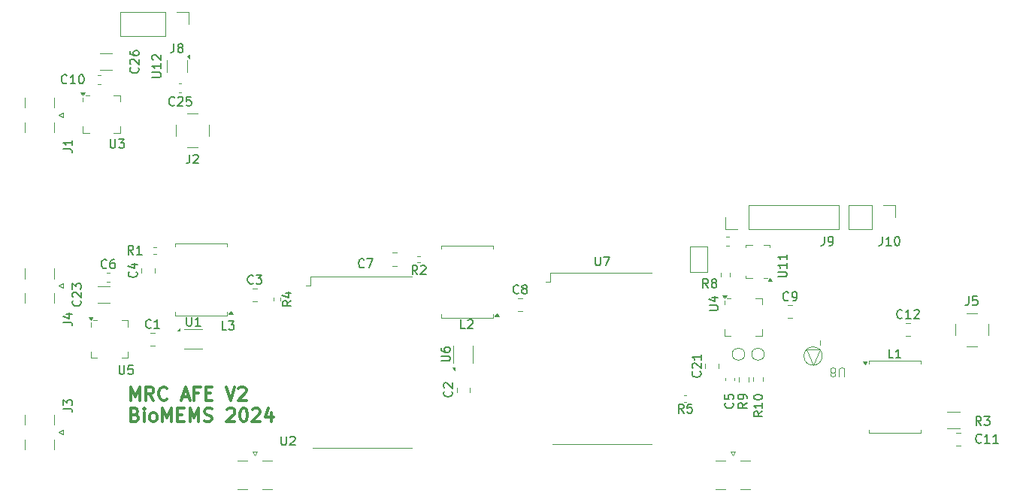
<source format=gbr>
%TF.GenerationSoftware,KiCad,Pcbnew,8.0.5*%
%TF.CreationDate,2024-12-20T11:35:35-05:00*%
%TF.ProjectId,mc3_afe,6d63335f-6166-4652-9e6b-696361645f70,rev?*%
%TF.SameCoordinates,Original*%
%TF.FileFunction,Legend,Top*%
%TF.FilePolarity,Positive*%
%FSLAX46Y46*%
G04 Gerber Fmt 4.6, Leading zero omitted, Abs format (unit mm)*
G04 Created by KiCad (PCBNEW 8.0.5) date 2024-12-20 11:35:35*
%MOMM*%
%LPD*%
G01*
G04 APERTURE LIST*
%ADD10C,0.300000*%
%ADD11C,0.150000*%
%ADD12C,0.100000*%
%ADD13C,0.120000*%
G04 APERTURE END LIST*
D10*
X78554510Y-102385912D02*
X78554510Y-100885912D01*
X78554510Y-100885912D02*
X79054510Y-101957341D01*
X79054510Y-101957341D02*
X79554510Y-100885912D01*
X79554510Y-100885912D02*
X79554510Y-102385912D01*
X81125939Y-102385912D02*
X80625939Y-101671626D01*
X80268796Y-102385912D02*
X80268796Y-100885912D01*
X80268796Y-100885912D02*
X80840225Y-100885912D01*
X80840225Y-100885912D02*
X80983082Y-100957341D01*
X80983082Y-100957341D02*
X81054511Y-101028769D01*
X81054511Y-101028769D02*
X81125939Y-101171626D01*
X81125939Y-101171626D02*
X81125939Y-101385912D01*
X81125939Y-101385912D02*
X81054511Y-101528769D01*
X81054511Y-101528769D02*
X80983082Y-101600198D01*
X80983082Y-101600198D02*
X80840225Y-101671626D01*
X80840225Y-101671626D02*
X80268796Y-101671626D01*
X82625939Y-102243055D02*
X82554511Y-102314484D01*
X82554511Y-102314484D02*
X82340225Y-102385912D01*
X82340225Y-102385912D02*
X82197368Y-102385912D01*
X82197368Y-102385912D02*
X81983082Y-102314484D01*
X81983082Y-102314484D02*
X81840225Y-102171626D01*
X81840225Y-102171626D02*
X81768796Y-102028769D01*
X81768796Y-102028769D02*
X81697368Y-101743055D01*
X81697368Y-101743055D02*
X81697368Y-101528769D01*
X81697368Y-101528769D02*
X81768796Y-101243055D01*
X81768796Y-101243055D02*
X81840225Y-101100198D01*
X81840225Y-101100198D02*
X81983082Y-100957341D01*
X81983082Y-100957341D02*
X82197368Y-100885912D01*
X82197368Y-100885912D02*
X82340225Y-100885912D01*
X82340225Y-100885912D02*
X82554511Y-100957341D01*
X82554511Y-100957341D02*
X82625939Y-101028769D01*
X84340225Y-101957341D02*
X85054511Y-101957341D01*
X84197368Y-102385912D02*
X84697368Y-100885912D01*
X84697368Y-100885912D02*
X85197368Y-102385912D01*
X86197367Y-101600198D02*
X85697367Y-101600198D01*
X85697367Y-102385912D02*
X85697367Y-100885912D01*
X85697367Y-100885912D02*
X86411653Y-100885912D01*
X86983081Y-101600198D02*
X87483081Y-101600198D01*
X87697367Y-102385912D02*
X86983081Y-102385912D01*
X86983081Y-102385912D02*
X86983081Y-100885912D01*
X86983081Y-100885912D02*
X87697367Y-100885912D01*
X89268796Y-100885912D02*
X89768796Y-102385912D01*
X89768796Y-102385912D02*
X90268796Y-100885912D01*
X90697367Y-101028769D02*
X90768795Y-100957341D01*
X90768795Y-100957341D02*
X90911653Y-100885912D01*
X90911653Y-100885912D02*
X91268795Y-100885912D01*
X91268795Y-100885912D02*
X91411653Y-100957341D01*
X91411653Y-100957341D02*
X91483081Y-101028769D01*
X91483081Y-101028769D02*
X91554510Y-101171626D01*
X91554510Y-101171626D02*
X91554510Y-101314484D01*
X91554510Y-101314484D02*
X91483081Y-101528769D01*
X91483081Y-101528769D02*
X90625938Y-102385912D01*
X90625938Y-102385912D02*
X91554510Y-102385912D01*
X79054510Y-104015114D02*
X79268796Y-104086542D01*
X79268796Y-104086542D02*
X79340225Y-104157971D01*
X79340225Y-104157971D02*
X79411653Y-104300828D01*
X79411653Y-104300828D02*
X79411653Y-104515114D01*
X79411653Y-104515114D02*
X79340225Y-104657971D01*
X79340225Y-104657971D02*
X79268796Y-104729400D01*
X79268796Y-104729400D02*
X79125939Y-104800828D01*
X79125939Y-104800828D02*
X78554510Y-104800828D01*
X78554510Y-104800828D02*
X78554510Y-103300828D01*
X78554510Y-103300828D02*
X79054510Y-103300828D01*
X79054510Y-103300828D02*
X79197368Y-103372257D01*
X79197368Y-103372257D02*
X79268796Y-103443685D01*
X79268796Y-103443685D02*
X79340225Y-103586542D01*
X79340225Y-103586542D02*
X79340225Y-103729400D01*
X79340225Y-103729400D02*
X79268796Y-103872257D01*
X79268796Y-103872257D02*
X79197368Y-103943685D01*
X79197368Y-103943685D02*
X79054510Y-104015114D01*
X79054510Y-104015114D02*
X78554510Y-104015114D01*
X80054510Y-104800828D02*
X80054510Y-103800828D01*
X80054510Y-103300828D02*
X79983082Y-103372257D01*
X79983082Y-103372257D02*
X80054510Y-103443685D01*
X80054510Y-103443685D02*
X80125939Y-103372257D01*
X80125939Y-103372257D02*
X80054510Y-103300828D01*
X80054510Y-103300828D02*
X80054510Y-103443685D01*
X80983082Y-104800828D02*
X80840225Y-104729400D01*
X80840225Y-104729400D02*
X80768796Y-104657971D01*
X80768796Y-104657971D02*
X80697368Y-104515114D01*
X80697368Y-104515114D02*
X80697368Y-104086542D01*
X80697368Y-104086542D02*
X80768796Y-103943685D01*
X80768796Y-103943685D02*
X80840225Y-103872257D01*
X80840225Y-103872257D02*
X80983082Y-103800828D01*
X80983082Y-103800828D02*
X81197368Y-103800828D01*
X81197368Y-103800828D02*
X81340225Y-103872257D01*
X81340225Y-103872257D02*
X81411654Y-103943685D01*
X81411654Y-103943685D02*
X81483082Y-104086542D01*
X81483082Y-104086542D02*
X81483082Y-104515114D01*
X81483082Y-104515114D02*
X81411654Y-104657971D01*
X81411654Y-104657971D02*
X81340225Y-104729400D01*
X81340225Y-104729400D02*
X81197368Y-104800828D01*
X81197368Y-104800828D02*
X80983082Y-104800828D01*
X82125939Y-104800828D02*
X82125939Y-103300828D01*
X82125939Y-103300828D02*
X82625939Y-104372257D01*
X82625939Y-104372257D02*
X83125939Y-103300828D01*
X83125939Y-103300828D02*
X83125939Y-104800828D01*
X83840225Y-104015114D02*
X84340225Y-104015114D01*
X84554511Y-104800828D02*
X83840225Y-104800828D01*
X83840225Y-104800828D02*
X83840225Y-103300828D01*
X83840225Y-103300828D02*
X84554511Y-103300828D01*
X85197368Y-104800828D02*
X85197368Y-103300828D01*
X85197368Y-103300828D02*
X85697368Y-104372257D01*
X85697368Y-104372257D02*
X86197368Y-103300828D01*
X86197368Y-103300828D02*
X86197368Y-104800828D01*
X86840226Y-104729400D02*
X87054512Y-104800828D01*
X87054512Y-104800828D02*
X87411654Y-104800828D01*
X87411654Y-104800828D02*
X87554512Y-104729400D01*
X87554512Y-104729400D02*
X87625940Y-104657971D01*
X87625940Y-104657971D02*
X87697369Y-104515114D01*
X87697369Y-104515114D02*
X87697369Y-104372257D01*
X87697369Y-104372257D02*
X87625940Y-104229400D01*
X87625940Y-104229400D02*
X87554512Y-104157971D01*
X87554512Y-104157971D02*
X87411654Y-104086542D01*
X87411654Y-104086542D02*
X87125940Y-104015114D01*
X87125940Y-104015114D02*
X86983083Y-103943685D01*
X86983083Y-103943685D02*
X86911654Y-103872257D01*
X86911654Y-103872257D02*
X86840226Y-103729400D01*
X86840226Y-103729400D02*
X86840226Y-103586542D01*
X86840226Y-103586542D02*
X86911654Y-103443685D01*
X86911654Y-103443685D02*
X86983083Y-103372257D01*
X86983083Y-103372257D02*
X87125940Y-103300828D01*
X87125940Y-103300828D02*
X87483083Y-103300828D01*
X87483083Y-103300828D02*
X87697369Y-103372257D01*
X89411654Y-103443685D02*
X89483082Y-103372257D01*
X89483082Y-103372257D02*
X89625940Y-103300828D01*
X89625940Y-103300828D02*
X89983082Y-103300828D01*
X89983082Y-103300828D02*
X90125940Y-103372257D01*
X90125940Y-103372257D02*
X90197368Y-103443685D01*
X90197368Y-103443685D02*
X90268797Y-103586542D01*
X90268797Y-103586542D02*
X90268797Y-103729400D01*
X90268797Y-103729400D02*
X90197368Y-103943685D01*
X90197368Y-103943685D02*
X89340225Y-104800828D01*
X89340225Y-104800828D02*
X90268797Y-104800828D01*
X91197368Y-103300828D02*
X91340225Y-103300828D01*
X91340225Y-103300828D02*
X91483082Y-103372257D01*
X91483082Y-103372257D02*
X91554511Y-103443685D01*
X91554511Y-103443685D02*
X91625939Y-103586542D01*
X91625939Y-103586542D02*
X91697368Y-103872257D01*
X91697368Y-103872257D02*
X91697368Y-104229400D01*
X91697368Y-104229400D02*
X91625939Y-104515114D01*
X91625939Y-104515114D02*
X91554511Y-104657971D01*
X91554511Y-104657971D02*
X91483082Y-104729400D01*
X91483082Y-104729400D02*
X91340225Y-104800828D01*
X91340225Y-104800828D02*
X91197368Y-104800828D01*
X91197368Y-104800828D02*
X91054511Y-104729400D01*
X91054511Y-104729400D02*
X90983082Y-104657971D01*
X90983082Y-104657971D02*
X90911653Y-104515114D01*
X90911653Y-104515114D02*
X90840225Y-104229400D01*
X90840225Y-104229400D02*
X90840225Y-103872257D01*
X90840225Y-103872257D02*
X90911653Y-103586542D01*
X90911653Y-103586542D02*
X90983082Y-103443685D01*
X90983082Y-103443685D02*
X91054511Y-103372257D01*
X91054511Y-103372257D02*
X91197368Y-103300828D01*
X92268796Y-103443685D02*
X92340224Y-103372257D01*
X92340224Y-103372257D02*
X92483082Y-103300828D01*
X92483082Y-103300828D02*
X92840224Y-103300828D01*
X92840224Y-103300828D02*
X92983082Y-103372257D01*
X92983082Y-103372257D02*
X93054510Y-103443685D01*
X93054510Y-103443685D02*
X93125939Y-103586542D01*
X93125939Y-103586542D02*
X93125939Y-103729400D01*
X93125939Y-103729400D02*
X93054510Y-103943685D01*
X93054510Y-103943685D02*
X92197367Y-104800828D01*
X92197367Y-104800828D02*
X93125939Y-104800828D01*
X94411653Y-103800828D02*
X94411653Y-104800828D01*
X94054510Y-103229400D02*
X93697367Y-104300828D01*
X93697367Y-104300828D02*
X94625938Y-104300828D01*
D11*
X172926666Y-90684819D02*
X172926666Y-91399104D01*
X172926666Y-91399104D02*
X172879047Y-91541961D01*
X172879047Y-91541961D02*
X172783809Y-91637200D01*
X172783809Y-91637200D02*
X172640952Y-91684819D01*
X172640952Y-91684819D02*
X172545714Y-91684819D01*
X173879047Y-90684819D02*
X173402857Y-90684819D01*
X173402857Y-90684819D02*
X173355238Y-91161009D01*
X173355238Y-91161009D02*
X173402857Y-91113390D01*
X173402857Y-91113390D02*
X173498095Y-91065771D01*
X173498095Y-91065771D02*
X173736190Y-91065771D01*
X173736190Y-91065771D02*
X173831428Y-91113390D01*
X173831428Y-91113390D02*
X173879047Y-91161009D01*
X173879047Y-91161009D02*
X173926666Y-91256247D01*
X173926666Y-91256247D02*
X173926666Y-91494342D01*
X173926666Y-91494342D02*
X173879047Y-91589580D01*
X173879047Y-91589580D02*
X173831428Y-91637200D01*
X173831428Y-91637200D02*
X173736190Y-91684819D01*
X173736190Y-91684819D02*
X173498095Y-91684819D01*
X173498095Y-91684819D02*
X173402857Y-91637200D01*
X173402857Y-91637200D02*
X173355238Y-91589580D01*
X149704819Y-103642857D02*
X149228628Y-103976190D01*
X149704819Y-104214285D02*
X148704819Y-104214285D01*
X148704819Y-104214285D02*
X148704819Y-103833333D01*
X148704819Y-103833333D02*
X148752438Y-103738095D01*
X148752438Y-103738095D02*
X148800057Y-103690476D01*
X148800057Y-103690476D02*
X148895295Y-103642857D01*
X148895295Y-103642857D02*
X149038152Y-103642857D01*
X149038152Y-103642857D02*
X149133390Y-103690476D01*
X149133390Y-103690476D02*
X149181009Y-103738095D01*
X149181009Y-103738095D02*
X149228628Y-103833333D01*
X149228628Y-103833333D02*
X149228628Y-104214285D01*
X149704819Y-102690476D02*
X149704819Y-103261904D01*
X149704819Y-102976190D02*
X148704819Y-102976190D01*
X148704819Y-102976190D02*
X148847676Y-103071428D01*
X148847676Y-103071428D02*
X148942914Y-103166666D01*
X148942914Y-103166666D02*
X148990533Y-103261904D01*
X148704819Y-102071428D02*
X148704819Y-101976190D01*
X148704819Y-101976190D02*
X148752438Y-101880952D01*
X148752438Y-101880952D02*
X148800057Y-101833333D01*
X148800057Y-101833333D02*
X148895295Y-101785714D01*
X148895295Y-101785714D02*
X149085771Y-101738095D01*
X149085771Y-101738095D02*
X149323866Y-101738095D01*
X149323866Y-101738095D02*
X149514342Y-101785714D01*
X149514342Y-101785714D02*
X149609580Y-101833333D01*
X149609580Y-101833333D02*
X149657200Y-101880952D01*
X149657200Y-101880952D02*
X149704819Y-101976190D01*
X149704819Y-101976190D02*
X149704819Y-102071428D01*
X149704819Y-102071428D02*
X149657200Y-102166666D01*
X149657200Y-102166666D02*
X149609580Y-102214285D01*
X149609580Y-102214285D02*
X149514342Y-102261904D01*
X149514342Y-102261904D02*
X149323866Y-102309523D01*
X149323866Y-102309523D02*
X149085771Y-102309523D01*
X149085771Y-102309523D02*
X148895295Y-102261904D01*
X148895295Y-102261904D02*
X148800057Y-102214285D01*
X148800057Y-102214285D02*
X148752438Y-102166666D01*
X148752438Y-102166666D02*
X148704819Y-102071428D01*
X143583333Y-89704819D02*
X143250000Y-89228628D01*
X143011905Y-89704819D02*
X143011905Y-88704819D01*
X143011905Y-88704819D02*
X143392857Y-88704819D01*
X143392857Y-88704819D02*
X143488095Y-88752438D01*
X143488095Y-88752438D02*
X143535714Y-88800057D01*
X143535714Y-88800057D02*
X143583333Y-88895295D01*
X143583333Y-88895295D02*
X143583333Y-89038152D01*
X143583333Y-89038152D02*
X143535714Y-89133390D01*
X143535714Y-89133390D02*
X143488095Y-89181009D01*
X143488095Y-89181009D02*
X143392857Y-89228628D01*
X143392857Y-89228628D02*
X143011905Y-89228628D01*
X144154762Y-89133390D02*
X144059524Y-89085771D01*
X144059524Y-89085771D02*
X144011905Y-89038152D01*
X144011905Y-89038152D02*
X143964286Y-88942914D01*
X143964286Y-88942914D02*
X143964286Y-88895295D01*
X143964286Y-88895295D02*
X144011905Y-88800057D01*
X144011905Y-88800057D02*
X144059524Y-88752438D01*
X144059524Y-88752438D02*
X144154762Y-88704819D01*
X144154762Y-88704819D02*
X144345238Y-88704819D01*
X144345238Y-88704819D02*
X144440476Y-88752438D01*
X144440476Y-88752438D02*
X144488095Y-88800057D01*
X144488095Y-88800057D02*
X144535714Y-88895295D01*
X144535714Y-88895295D02*
X144535714Y-88942914D01*
X144535714Y-88942914D02*
X144488095Y-89038152D01*
X144488095Y-89038152D02*
X144440476Y-89085771D01*
X144440476Y-89085771D02*
X144345238Y-89133390D01*
X144345238Y-89133390D02*
X144154762Y-89133390D01*
X144154762Y-89133390D02*
X144059524Y-89181009D01*
X144059524Y-89181009D02*
X144011905Y-89228628D01*
X144011905Y-89228628D02*
X143964286Y-89323866D01*
X143964286Y-89323866D02*
X143964286Y-89514342D01*
X143964286Y-89514342D02*
X144011905Y-89609580D01*
X144011905Y-89609580D02*
X144059524Y-89657200D01*
X144059524Y-89657200D02*
X144154762Y-89704819D01*
X144154762Y-89704819D02*
X144345238Y-89704819D01*
X144345238Y-89704819D02*
X144440476Y-89657200D01*
X144440476Y-89657200D02*
X144488095Y-89609580D01*
X144488095Y-89609580D02*
X144535714Y-89514342D01*
X144535714Y-89514342D02*
X144535714Y-89323866D01*
X144535714Y-89323866D02*
X144488095Y-89228628D01*
X144488095Y-89228628D02*
X144440476Y-89181009D01*
X144440476Y-89181009D02*
X144345238Y-89133390D01*
X164433333Y-97628819D02*
X163957143Y-97628819D01*
X163957143Y-97628819D02*
X163957143Y-96628819D01*
X165290476Y-97628819D02*
X164719048Y-97628819D01*
X165004762Y-97628819D02*
X165004762Y-96628819D01*
X165004762Y-96628819D02*
X164909524Y-96771676D01*
X164909524Y-96771676D02*
X164814286Y-96866914D01*
X164814286Y-96866914D02*
X164719048Y-96914533D01*
X174333333Y-105204819D02*
X174000000Y-104728628D01*
X173761905Y-105204819D02*
X173761905Y-104204819D01*
X173761905Y-104204819D02*
X174142857Y-104204819D01*
X174142857Y-104204819D02*
X174238095Y-104252438D01*
X174238095Y-104252438D02*
X174285714Y-104300057D01*
X174285714Y-104300057D02*
X174333333Y-104395295D01*
X174333333Y-104395295D02*
X174333333Y-104538152D01*
X174333333Y-104538152D02*
X174285714Y-104633390D01*
X174285714Y-104633390D02*
X174238095Y-104681009D01*
X174238095Y-104681009D02*
X174142857Y-104728628D01*
X174142857Y-104728628D02*
X173761905Y-104728628D01*
X174666667Y-104204819D02*
X175285714Y-104204819D01*
X175285714Y-104204819D02*
X174952381Y-104585771D01*
X174952381Y-104585771D02*
X175095238Y-104585771D01*
X175095238Y-104585771D02*
X175190476Y-104633390D01*
X175190476Y-104633390D02*
X175238095Y-104681009D01*
X175238095Y-104681009D02*
X175285714Y-104776247D01*
X175285714Y-104776247D02*
X175285714Y-105014342D01*
X175285714Y-105014342D02*
X175238095Y-105109580D01*
X175238095Y-105109580D02*
X175190476Y-105157200D01*
X175190476Y-105157200D02*
X175095238Y-105204819D01*
X175095238Y-105204819D02*
X174809524Y-105204819D01*
X174809524Y-105204819D02*
X174714286Y-105157200D01*
X174714286Y-105157200D02*
X174666667Y-105109580D01*
X79179580Y-87916666D02*
X79227200Y-87964285D01*
X79227200Y-87964285D02*
X79274819Y-88107142D01*
X79274819Y-88107142D02*
X79274819Y-88202380D01*
X79274819Y-88202380D02*
X79227200Y-88345237D01*
X79227200Y-88345237D02*
X79131961Y-88440475D01*
X79131961Y-88440475D02*
X79036723Y-88488094D01*
X79036723Y-88488094D02*
X78846247Y-88535713D01*
X78846247Y-88535713D02*
X78703390Y-88535713D01*
X78703390Y-88535713D02*
X78512914Y-88488094D01*
X78512914Y-88488094D02*
X78417676Y-88440475D01*
X78417676Y-88440475D02*
X78322438Y-88345237D01*
X78322438Y-88345237D02*
X78274819Y-88202380D01*
X78274819Y-88202380D02*
X78274819Y-88107142D01*
X78274819Y-88107142D02*
X78322438Y-87964285D01*
X78322438Y-87964285D02*
X78370057Y-87916666D01*
X78608152Y-87059523D02*
X79274819Y-87059523D01*
X78227200Y-87297618D02*
X78941485Y-87535713D01*
X78941485Y-87535713D02*
X78941485Y-86916666D01*
X80954819Y-65988094D02*
X81764342Y-65988094D01*
X81764342Y-65988094D02*
X81859580Y-65940475D01*
X81859580Y-65940475D02*
X81907200Y-65892856D01*
X81907200Y-65892856D02*
X81954819Y-65797618D01*
X81954819Y-65797618D02*
X81954819Y-65607142D01*
X81954819Y-65607142D02*
X81907200Y-65511904D01*
X81907200Y-65511904D02*
X81859580Y-65464285D01*
X81859580Y-65464285D02*
X81764342Y-65416666D01*
X81764342Y-65416666D02*
X80954819Y-65416666D01*
X81954819Y-64416666D02*
X81954819Y-64988094D01*
X81954819Y-64702380D02*
X80954819Y-64702380D01*
X80954819Y-64702380D02*
X81097676Y-64797618D01*
X81097676Y-64797618D02*
X81192914Y-64892856D01*
X81192914Y-64892856D02*
X81240533Y-64988094D01*
X81050057Y-64035713D02*
X81002438Y-63988094D01*
X81002438Y-63988094D02*
X80954819Y-63892856D01*
X80954819Y-63892856D02*
X80954819Y-63654761D01*
X80954819Y-63654761D02*
X81002438Y-63559523D01*
X81002438Y-63559523D02*
X81050057Y-63511904D01*
X81050057Y-63511904D02*
X81145295Y-63464285D01*
X81145295Y-63464285D02*
X81240533Y-63464285D01*
X81240533Y-63464285D02*
X81383390Y-63511904D01*
X81383390Y-63511904D02*
X81954819Y-64083332D01*
X81954819Y-64083332D02*
X81954819Y-63464285D01*
D12*
X158911904Y-99692580D02*
X158911904Y-98883057D01*
X158911904Y-98883057D02*
X158864285Y-98787819D01*
X158864285Y-98787819D02*
X158816666Y-98740200D01*
X158816666Y-98740200D02*
X158721428Y-98692580D01*
X158721428Y-98692580D02*
X158530952Y-98692580D01*
X158530952Y-98692580D02*
X158435714Y-98740200D01*
X158435714Y-98740200D02*
X158388095Y-98787819D01*
X158388095Y-98787819D02*
X158340476Y-98883057D01*
X158340476Y-98883057D02*
X158340476Y-99692580D01*
X157721428Y-99264009D02*
X157816666Y-99311628D01*
X157816666Y-99311628D02*
X157864285Y-99359247D01*
X157864285Y-99359247D02*
X157911904Y-99454485D01*
X157911904Y-99454485D02*
X157911904Y-99502104D01*
X157911904Y-99502104D02*
X157864285Y-99597342D01*
X157864285Y-99597342D02*
X157816666Y-99644961D01*
X157816666Y-99644961D02*
X157721428Y-99692580D01*
X157721428Y-99692580D02*
X157530952Y-99692580D01*
X157530952Y-99692580D02*
X157435714Y-99644961D01*
X157435714Y-99644961D02*
X157388095Y-99597342D01*
X157388095Y-99597342D02*
X157340476Y-99502104D01*
X157340476Y-99502104D02*
X157340476Y-99454485D01*
X157340476Y-99454485D02*
X157388095Y-99359247D01*
X157388095Y-99359247D02*
X157435714Y-99311628D01*
X157435714Y-99311628D02*
X157530952Y-99264009D01*
X157530952Y-99264009D02*
X157721428Y-99264009D01*
X157721428Y-99264009D02*
X157816666Y-99216390D01*
X157816666Y-99216390D02*
X157864285Y-99168771D01*
X157864285Y-99168771D02*
X157911904Y-99073533D01*
X157911904Y-99073533D02*
X157911904Y-98883057D01*
X157911904Y-98883057D02*
X157864285Y-98787819D01*
X157864285Y-98787819D02*
X157816666Y-98740200D01*
X157816666Y-98740200D02*
X157721428Y-98692580D01*
X157721428Y-98692580D02*
X157530952Y-98692580D01*
X157530952Y-98692580D02*
X157435714Y-98740200D01*
X157435714Y-98740200D02*
X157388095Y-98787819D01*
X157388095Y-98787819D02*
X157340476Y-98883057D01*
X157340476Y-98883057D02*
X157340476Y-99073533D01*
X157340476Y-99073533D02*
X157388095Y-99168771D01*
X157388095Y-99168771D02*
X157435714Y-99216390D01*
X157435714Y-99216390D02*
X157530952Y-99264009D01*
D11*
X70954819Y-103333333D02*
X71669104Y-103333333D01*
X71669104Y-103333333D02*
X71811961Y-103380952D01*
X71811961Y-103380952D02*
X71907200Y-103476190D01*
X71907200Y-103476190D02*
X71954819Y-103619047D01*
X71954819Y-103619047D02*
X71954819Y-103714285D01*
X70954819Y-102952380D02*
X70954819Y-102333333D01*
X70954819Y-102333333D02*
X71335771Y-102666666D01*
X71335771Y-102666666D02*
X71335771Y-102523809D01*
X71335771Y-102523809D02*
X71383390Y-102428571D01*
X71383390Y-102428571D02*
X71431009Y-102380952D01*
X71431009Y-102380952D02*
X71526247Y-102333333D01*
X71526247Y-102333333D02*
X71764342Y-102333333D01*
X71764342Y-102333333D02*
X71859580Y-102380952D01*
X71859580Y-102380952D02*
X71907200Y-102428571D01*
X71907200Y-102428571D02*
X71954819Y-102523809D01*
X71954819Y-102523809D02*
X71954819Y-102809523D01*
X71954819Y-102809523D02*
X71907200Y-102904761D01*
X71907200Y-102904761D02*
X71859580Y-102952380D01*
X110833333Y-88204819D02*
X110500000Y-87728628D01*
X110261905Y-88204819D02*
X110261905Y-87204819D01*
X110261905Y-87204819D02*
X110642857Y-87204819D01*
X110642857Y-87204819D02*
X110738095Y-87252438D01*
X110738095Y-87252438D02*
X110785714Y-87300057D01*
X110785714Y-87300057D02*
X110833333Y-87395295D01*
X110833333Y-87395295D02*
X110833333Y-87538152D01*
X110833333Y-87538152D02*
X110785714Y-87633390D01*
X110785714Y-87633390D02*
X110738095Y-87681009D01*
X110738095Y-87681009D02*
X110642857Y-87728628D01*
X110642857Y-87728628D02*
X110261905Y-87728628D01*
X111214286Y-87300057D02*
X111261905Y-87252438D01*
X111261905Y-87252438D02*
X111357143Y-87204819D01*
X111357143Y-87204819D02*
X111595238Y-87204819D01*
X111595238Y-87204819D02*
X111690476Y-87252438D01*
X111690476Y-87252438D02*
X111738095Y-87300057D01*
X111738095Y-87300057D02*
X111785714Y-87395295D01*
X111785714Y-87395295D02*
X111785714Y-87490533D01*
X111785714Y-87490533D02*
X111738095Y-87633390D01*
X111738095Y-87633390D02*
X111166667Y-88204819D01*
X111166667Y-88204819D02*
X111785714Y-88204819D01*
X84838095Y-93004819D02*
X84838095Y-93814342D01*
X84838095Y-93814342D02*
X84885714Y-93909580D01*
X84885714Y-93909580D02*
X84933333Y-93957200D01*
X84933333Y-93957200D02*
X85028571Y-94004819D01*
X85028571Y-94004819D02*
X85219047Y-94004819D01*
X85219047Y-94004819D02*
X85314285Y-93957200D01*
X85314285Y-93957200D02*
X85361904Y-93909580D01*
X85361904Y-93909580D02*
X85409523Y-93814342D01*
X85409523Y-93814342D02*
X85409523Y-93004819D01*
X86409523Y-94004819D02*
X85838095Y-94004819D01*
X86123809Y-94004819D02*
X86123809Y-93004819D01*
X86123809Y-93004819D02*
X86028571Y-93147676D01*
X86028571Y-93147676D02*
X85933333Y-93242914D01*
X85933333Y-93242914D02*
X85838095Y-93290533D01*
X116233333Y-94280819D02*
X115757143Y-94280819D01*
X115757143Y-94280819D02*
X115757143Y-93280819D01*
X116519048Y-93376057D02*
X116566667Y-93328438D01*
X116566667Y-93328438D02*
X116661905Y-93280819D01*
X116661905Y-93280819D02*
X116900000Y-93280819D01*
X116900000Y-93280819D02*
X116995238Y-93328438D01*
X116995238Y-93328438D02*
X117042857Y-93376057D01*
X117042857Y-93376057D02*
X117090476Y-93471295D01*
X117090476Y-93471295D02*
X117090476Y-93566533D01*
X117090476Y-93566533D02*
X117042857Y-93709390D01*
X117042857Y-93709390D02*
X116471429Y-94280819D01*
X116471429Y-94280819D02*
X117090476Y-94280819D01*
X143704819Y-92261904D02*
X144514342Y-92261904D01*
X144514342Y-92261904D02*
X144609580Y-92214285D01*
X144609580Y-92214285D02*
X144657200Y-92166666D01*
X144657200Y-92166666D02*
X144704819Y-92071428D01*
X144704819Y-92071428D02*
X144704819Y-91880952D01*
X144704819Y-91880952D02*
X144657200Y-91785714D01*
X144657200Y-91785714D02*
X144609580Y-91738095D01*
X144609580Y-91738095D02*
X144514342Y-91690476D01*
X144514342Y-91690476D02*
X143704819Y-91690476D01*
X144038152Y-90785714D02*
X144704819Y-90785714D01*
X143657200Y-91023809D02*
X144371485Y-91261904D01*
X144371485Y-91261904D02*
X144371485Y-90642857D01*
X104833333Y-87359580D02*
X104785714Y-87407200D01*
X104785714Y-87407200D02*
X104642857Y-87454819D01*
X104642857Y-87454819D02*
X104547619Y-87454819D01*
X104547619Y-87454819D02*
X104404762Y-87407200D01*
X104404762Y-87407200D02*
X104309524Y-87311961D01*
X104309524Y-87311961D02*
X104261905Y-87216723D01*
X104261905Y-87216723D02*
X104214286Y-87026247D01*
X104214286Y-87026247D02*
X104214286Y-86883390D01*
X104214286Y-86883390D02*
X104261905Y-86692914D01*
X104261905Y-86692914D02*
X104309524Y-86597676D01*
X104309524Y-86597676D02*
X104404762Y-86502438D01*
X104404762Y-86502438D02*
X104547619Y-86454819D01*
X104547619Y-86454819D02*
X104642857Y-86454819D01*
X104642857Y-86454819D02*
X104785714Y-86502438D01*
X104785714Y-86502438D02*
X104833333Y-86550057D01*
X105166667Y-86454819D02*
X105833333Y-86454819D01*
X105833333Y-86454819D02*
X105404762Y-87454819D01*
X114679580Y-101366666D02*
X114727200Y-101414285D01*
X114727200Y-101414285D02*
X114774819Y-101557142D01*
X114774819Y-101557142D02*
X114774819Y-101652380D01*
X114774819Y-101652380D02*
X114727200Y-101795237D01*
X114727200Y-101795237D02*
X114631961Y-101890475D01*
X114631961Y-101890475D02*
X114536723Y-101938094D01*
X114536723Y-101938094D02*
X114346247Y-101985713D01*
X114346247Y-101985713D02*
X114203390Y-101985713D01*
X114203390Y-101985713D02*
X114012914Y-101938094D01*
X114012914Y-101938094D02*
X113917676Y-101890475D01*
X113917676Y-101890475D02*
X113822438Y-101795237D01*
X113822438Y-101795237D02*
X113774819Y-101652380D01*
X113774819Y-101652380D02*
X113774819Y-101557142D01*
X113774819Y-101557142D02*
X113822438Y-101414285D01*
X113822438Y-101414285D02*
X113870057Y-101366666D01*
X113870057Y-100985713D02*
X113822438Y-100938094D01*
X113822438Y-100938094D02*
X113774819Y-100842856D01*
X113774819Y-100842856D02*
X113774819Y-100604761D01*
X113774819Y-100604761D02*
X113822438Y-100509523D01*
X113822438Y-100509523D02*
X113870057Y-100461904D01*
X113870057Y-100461904D02*
X113965295Y-100414285D01*
X113965295Y-100414285D02*
X114060533Y-100414285D01*
X114060533Y-100414285D02*
X114203390Y-100461904D01*
X114203390Y-100461904D02*
X114774819Y-101033332D01*
X114774819Y-101033332D02*
X114774819Y-100414285D01*
X142679580Y-99142857D02*
X142727200Y-99190476D01*
X142727200Y-99190476D02*
X142774819Y-99333333D01*
X142774819Y-99333333D02*
X142774819Y-99428571D01*
X142774819Y-99428571D02*
X142727200Y-99571428D01*
X142727200Y-99571428D02*
X142631961Y-99666666D01*
X142631961Y-99666666D02*
X142536723Y-99714285D01*
X142536723Y-99714285D02*
X142346247Y-99761904D01*
X142346247Y-99761904D02*
X142203390Y-99761904D01*
X142203390Y-99761904D02*
X142012914Y-99714285D01*
X142012914Y-99714285D02*
X141917676Y-99666666D01*
X141917676Y-99666666D02*
X141822438Y-99571428D01*
X141822438Y-99571428D02*
X141774819Y-99428571D01*
X141774819Y-99428571D02*
X141774819Y-99333333D01*
X141774819Y-99333333D02*
X141822438Y-99190476D01*
X141822438Y-99190476D02*
X141870057Y-99142857D01*
X141870057Y-98761904D02*
X141822438Y-98714285D01*
X141822438Y-98714285D02*
X141774819Y-98619047D01*
X141774819Y-98619047D02*
X141774819Y-98380952D01*
X141774819Y-98380952D02*
X141822438Y-98285714D01*
X141822438Y-98285714D02*
X141870057Y-98238095D01*
X141870057Y-98238095D02*
X141965295Y-98190476D01*
X141965295Y-98190476D02*
X142060533Y-98190476D01*
X142060533Y-98190476D02*
X142203390Y-98238095D01*
X142203390Y-98238095D02*
X142774819Y-98809523D01*
X142774819Y-98809523D02*
X142774819Y-98190476D01*
X142774819Y-97238095D02*
X142774819Y-97809523D01*
X142774819Y-97523809D02*
X141774819Y-97523809D01*
X141774819Y-97523809D02*
X141917676Y-97619047D01*
X141917676Y-97619047D02*
X142012914Y-97714285D01*
X142012914Y-97714285D02*
X142060533Y-97809523D01*
X152633333Y-91079580D02*
X152585714Y-91127200D01*
X152585714Y-91127200D02*
X152442857Y-91174819D01*
X152442857Y-91174819D02*
X152347619Y-91174819D01*
X152347619Y-91174819D02*
X152204762Y-91127200D01*
X152204762Y-91127200D02*
X152109524Y-91031961D01*
X152109524Y-91031961D02*
X152061905Y-90936723D01*
X152061905Y-90936723D02*
X152014286Y-90746247D01*
X152014286Y-90746247D02*
X152014286Y-90603390D01*
X152014286Y-90603390D02*
X152061905Y-90412914D01*
X152061905Y-90412914D02*
X152109524Y-90317676D01*
X152109524Y-90317676D02*
X152204762Y-90222438D01*
X152204762Y-90222438D02*
X152347619Y-90174819D01*
X152347619Y-90174819D02*
X152442857Y-90174819D01*
X152442857Y-90174819D02*
X152585714Y-90222438D01*
X152585714Y-90222438D02*
X152633333Y-90270057D01*
X153109524Y-91174819D02*
X153300000Y-91174819D01*
X153300000Y-91174819D02*
X153395238Y-91127200D01*
X153395238Y-91127200D02*
X153442857Y-91079580D01*
X153442857Y-91079580D02*
X153538095Y-90936723D01*
X153538095Y-90936723D02*
X153585714Y-90746247D01*
X153585714Y-90746247D02*
X153585714Y-90365295D01*
X153585714Y-90365295D02*
X153538095Y-90270057D01*
X153538095Y-90270057D02*
X153490476Y-90222438D01*
X153490476Y-90222438D02*
X153395238Y-90174819D01*
X153395238Y-90174819D02*
X153204762Y-90174819D01*
X153204762Y-90174819D02*
X153109524Y-90222438D01*
X153109524Y-90222438D02*
X153061905Y-90270057D01*
X153061905Y-90270057D02*
X153014286Y-90365295D01*
X153014286Y-90365295D02*
X153014286Y-90603390D01*
X153014286Y-90603390D02*
X153061905Y-90698628D01*
X153061905Y-90698628D02*
X153109524Y-90746247D01*
X153109524Y-90746247D02*
X153204762Y-90793866D01*
X153204762Y-90793866D02*
X153395238Y-90793866D01*
X153395238Y-90793866D02*
X153490476Y-90746247D01*
X153490476Y-90746247D02*
X153538095Y-90698628D01*
X153538095Y-90698628D02*
X153585714Y-90603390D01*
X122233333Y-90279580D02*
X122185714Y-90327200D01*
X122185714Y-90327200D02*
X122042857Y-90374819D01*
X122042857Y-90374819D02*
X121947619Y-90374819D01*
X121947619Y-90374819D02*
X121804762Y-90327200D01*
X121804762Y-90327200D02*
X121709524Y-90231961D01*
X121709524Y-90231961D02*
X121661905Y-90136723D01*
X121661905Y-90136723D02*
X121614286Y-89946247D01*
X121614286Y-89946247D02*
X121614286Y-89803390D01*
X121614286Y-89803390D02*
X121661905Y-89612914D01*
X121661905Y-89612914D02*
X121709524Y-89517676D01*
X121709524Y-89517676D02*
X121804762Y-89422438D01*
X121804762Y-89422438D02*
X121947619Y-89374819D01*
X121947619Y-89374819D02*
X122042857Y-89374819D01*
X122042857Y-89374819D02*
X122185714Y-89422438D01*
X122185714Y-89422438D02*
X122233333Y-89470057D01*
X122804762Y-89803390D02*
X122709524Y-89755771D01*
X122709524Y-89755771D02*
X122661905Y-89708152D01*
X122661905Y-89708152D02*
X122614286Y-89612914D01*
X122614286Y-89612914D02*
X122614286Y-89565295D01*
X122614286Y-89565295D02*
X122661905Y-89470057D01*
X122661905Y-89470057D02*
X122709524Y-89422438D01*
X122709524Y-89422438D02*
X122804762Y-89374819D01*
X122804762Y-89374819D02*
X122995238Y-89374819D01*
X122995238Y-89374819D02*
X123090476Y-89422438D01*
X123090476Y-89422438D02*
X123138095Y-89470057D01*
X123138095Y-89470057D02*
X123185714Y-89565295D01*
X123185714Y-89565295D02*
X123185714Y-89612914D01*
X123185714Y-89612914D02*
X123138095Y-89708152D01*
X123138095Y-89708152D02*
X123090476Y-89755771D01*
X123090476Y-89755771D02*
X122995238Y-89803390D01*
X122995238Y-89803390D02*
X122804762Y-89803390D01*
X122804762Y-89803390D02*
X122709524Y-89851009D01*
X122709524Y-89851009D02*
X122661905Y-89898628D01*
X122661905Y-89898628D02*
X122614286Y-89993866D01*
X122614286Y-89993866D02*
X122614286Y-90184342D01*
X122614286Y-90184342D02*
X122661905Y-90279580D01*
X122661905Y-90279580D02*
X122709524Y-90327200D01*
X122709524Y-90327200D02*
X122804762Y-90374819D01*
X122804762Y-90374819D02*
X122995238Y-90374819D01*
X122995238Y-90374819D02*
X123090476Y-90327200D01*
X123090476Y-90327200D02*
X123138095Y-90279580D01*
X123138095Y-90279580D02*
X123185714Y-90184342D01*
X123185714Y-90184342D02*
X123185714Y-89993866D01*
X123185714Y-89993866D02*
X123138095Y-89898628D01*
X123138095Y-89898628D02*
X123090476Y-89851009D01*
X123090476Y-89851009D02*
X122995238Y-89803390D01*
X92333333Y-89179580D02*
X92285714Y-89227200D01*
X92285714Y-89227200D02*
X92142857Y-89274819D01*
X92142857Y-89274819D02*
X92047619Y-89274819D01*
X92047619Y-89274819D02*
X91904762Y-89227200D01*
X91904762Y-89227200D02*
X91809524Y-89131961D01*
X91809524Y-89131961D02*
X91761905Y-89036723D01*
X91761905Y-89036723D02*
X91714286Y-88846247D01*
X91714286Y-88846247D02*
X91714286Y-88703390D01*
X91714286Y-88703390D02*
X91761905Y-88512914D01*
X91761905Y-88512914D02*
X91809524Y-88417676D01*
X91809524Y-88417676D02*
X91904762Y-88322438D01*
X91904762Y-88322438D02*
X92047619Y-88274819D01*
X92047619Y-88274819D02*
X92142857Y-88274819D01*
X92142857Y-88274819D02*
X92285714Y-88322438D01*
X92285714Y-88322438D02*
X92333333Y-88370057D01*
X92666667Y-88274819D02*
X93285714Y-88274819D01*
X93285714Y-88274819D02*
X92952381Y-88655771D01*
X92952381Y-88655771D02*
X93095238Y-88655771D01*
X93095238Y-88655771D02*
X93190476Y-88703390D01*
X93190476Y-88703390D02*
X93238095Y-88751009D01*
X93238095Y-88751009D02*
X93285714Y-88846247D01*
X93285714Y-88846247D02*
X93285714Y-89084342D01*
X93285714Y-89084342D02*
X93238095Y-89179580D01*
X93238095Y-89179580D02*
X93190476Y-89227200D01*
X93190476Y-89227200D02*
X93095238Y-89274819D01*
X93095238Y-89274819D02*
X92809524Y-89274819D01*
X92809524Y-89274819D02*
X92714286Y-89227200D01*
X92714286Y-89227200D02*
X92666667Y-89179580D01*
X174357142Y-107109580D02*
X174309523Y-107157200D01*
X174309523Y-107157200D02*
X174166666Y-107204819D01*
X174166666Y-107204819D02*
X174071428Y-107204819D01*
X174071428Y-107204819D02*
X173928571Y-107157200D01*
X173928571Y-107157200D02*
X173833333Y-107061961D01*
X173833333Y-107061961D02*
X173785714Y-106966723D01*
X173785714Y-106966723D02*
X173738095Y-106776247D01*
X173738095Y-106776247D02*
X173738095Y-106633390D01*
X173738095Y-106633390D02*
X173785714Y-106442914D01*
X173785714Y-106442914D02*
X173833333Y-106347676D01*
X173833333Y-106347676D02*
X173928571Y-106252438D01*
X173928571Y-106252438D02*
X174071428Y-106204819D01*
X174071428Y-106204819D02*
X174166666Y-106204819D01*
X174166666Y-106204819D02*
X174309523Y-106252438D01*
X174309523Y-106252438D02*
X174357142Y-106300057D01*
X175309523Y-107204819D02*
X174738095Y-107204819D01*
X175023809Y-107204819D02*
X175023809Y-106204819D01*
X175023809Y-106204819D02*
X174928571Y-106347676D01*
X174928571Y-106347676D02*
X174833333Y-106442914D01*
X174833333Y-106442914D02*
X174738095Y-106490533D01*
X176261904Y-107204819D02*
X175690476Y-107204819D01*
X175976190Y-107204819D02*
X175976190Y-106204819D01*
X175976190Y-106204819D02*
X175880952Y-106347676D01*
X175880952Y-106347676D02*
X175785714Y-106442914D01*
X175785714Y-106442914D02*
X175690476Y-106490533D01*
X83467142Y-69109580D02*
X83419523Y-69157200D01*
X83419523Y-69157200D02*
X83276666Y-69204819D01*
X83276666Y-69204819D02*
X83181428Y-69204819D01*
X83181428Y-69204819D02*
X83038571Y-69157200D01*
X83038571Y-69157200D02*
X82943333Y-69061961D01*
X82943333Y-69061961D02*
X82895714Y-68966723D01*
X82895714Y-68966723D02*
X82848095Y-68776247D01*
X82848095Y-68776247D02*
X82848095Y-68633390D01*
X82848095Y-68633390D02*
X82895714Y-68442914D01*
X82895714Y-68442914D02*
X82943333Y-68347676D01*
X82943333Y-68347676D02*
X83038571Y-68252438D01*
X83038571Y-68252438D02*
X83181428Y-68204819D01*
X83181428Y-68204819D02*
X83276666Y-68204819D01*
X83276666Y-68204819D02*
X83419523Y-68252438D01*
X83419523Y-68252438D02*
X83467142Y-68300057D01*
X83848095Y-68300057D02*
X83895714Y-68252438D01*
X83895714Y-68252438D02*
X83990952Y-68204819D01*
X83990952Y-68204819D02*
X84229047Y-68204819D01*
X84229047Y-68204819D02*
X84324285Y-68252438D01*
X84324285Y-68252438D02*
X84371904Y-68300057D01*
X84371904Y-68300057D02*
X84419523Y-68395295D01*
X84419523Y-68395295D02*
X84419523Y-68490533D01*
X84419523Y-68490533D02*
X84371904Y-68633390D01*
X84371904Y-68633390D02*
X83800476Y-69204819D01*
X83800476Y-69204819D02*
X84419523Y-69204819D01*
X85324285Y-68204819D02*
X84848095Y-68204819D01*
X84848095Y-68204819D02*
X84800476Y-68681009D01*
X84800476Y-68681009D02*
X84848095Y-68633390D01*
X84848095Y-68633390D02*
X84943333Y-68585771D01*
X84943333Y-68585771D02*
X85181428Y-68585771D01*
X85181428Y-68585771D02*
X85276666Y-68633390D01*
X85276666Y-68633390D02*
X85324285Y-68681009D01*
X85324285Y-68681009D02*
X85371904Y-68776247D01*
X85371904Y-68776247D02*
X85371904Y-69014342D01*
X85371904Y-69014342D02*
X85324285Y-69109580D01*
X85324285Y-69109580D02*
X85276666Y-69157200D01*
X85276666Y-69157200D02*
X85181428Y-69204819D01*
X85181428Y-69204819D02*
X84943333Y-69204819D01*
X84943333Y-69204819D02*
X84848095Y-69157200D01*
X84848095Y-69157200D02*
X84800476Y-69109580D01*
X72859580Y-91142857D02*
X72907200Y-91190476D01*
X72907200Y-91190476D02*
X72954819Y-91333333D01*
X72954819Y-91333333D02*
X72954819Y-91428571D01*
X72954819Y-91428571D02*
X72907200Y-91571428D01*
X72907200Y-91571428D02*
X72811961Y-91666666D01*
X72811961Y-91666666D02*
X72716723Y-91714285D01*
X72716723Y-91714285D02*
X72526247Y-91761904D01*
X72526247Y-91761904D02*
X72383390Y-91761904D01*
X72383390Y-91761904D02*
X72192914Y-91714285D01*
X72192914Y-91714285D02*
X72097676Y-91666666D01*
X72097676Y-91666666D02*
X72002438Y-91571428D01*
X72002438Y-91571428D02*
X71954819Y-91428571D01*
X71954819Y-91428571D02*
X71954819Y-91333333D01*
X71954819Y-91333333D02*
X72002438Y-91190476D01*
X72002438Y-91190476D02*
X72050057Y-91142857D01*
X72050057Y-90761904D02*
X72002438Y-90714285D01*
X72002438Y-90714285D02*
X71954819Y-90619047D01*
X71954819Y-90619047D02*
X71954819Y-90380952D01*
X71954819Y-90380952D02*
X72002438Y-90285714D01*
X72002438Y-90285714D02*
X72050057Y-90238095D01*
X72050057Y-90238095D02*
X72145295Y-90190476D01*
X72145295Y-90190476D02*
X72240533Y-90190476D01*
X72240533Y-90190476D02*
X72383390Y-90238095D01*
X72383390Y-90238095D02*
X72954819Y-90809523D01*
X72954819Y-90809523D02*
X72954819Y-90190476D01*
X71954819Y-89857142D02*
X71954819Y-89238095D01*
X71954819Y-89238095D02*
X72335771Y-89571428D01*
X72335771Y-89571428D02*
X72335771Y-89428571D01*
X72335771Y-89428571D02*
X72383390Y-89333333D01*
X72383390Y-89333333D02*
X72431009Y-89285714D01*
X72431009Y-89285714D02*
X72526247Y-89238095D01*
X72526247Y-89238095D02*
X72764342Y-89238095D01*
X72764342Y-89238095D02*
X72859580Y-89285714D01*
X72859580Y-89285714D02*
X72907200Y-89333333D01*
X72907200Y-89333333D02*
X72954819Y-89428571D01*
X72954819Y-89428571D02*
X72954819Y-89714285D01*
X72954819Y-89714285D02*
X72907200Y-89809523D01*
X72907200Y-89809523D02*
X72859580Y-89857142D01*
X85166666Y-74704819D02*
X85166666Y-75419104D01*
X85166666Y-75419104D02*
X85119047Y-75561961D01*
X85119047Y-75561961D02*
X85023809Y-75657200D01*
X85023809Y-75657200D02*
X84880952Y-75704819D01*
X84880952Y-75704819D02*
X84785714Y-75704819D01*
X85595238Y-74800057D02*
X85642857Y-74752438D01*
X85642857Y-74752438D02*
X85738095Y-74704819D01*
X85738095Y-74704819D02*
X85976190Y-74704819D01*
X85976190Y-74704819D02*
X86071428Y-74752438D01*
X86071428Y-74752438D02*
X86119047Y-74800057D01*
X86119047Y-74800057D02*
X86166666Y-74895295D01*
X86166666Y-74895295D02*
X86166666Y-74990533D01*
X86166666Y-74990533D02*
X86119047Y-75133390D01*
X86119047Y-75133390D02*
X85547619Y-75704819D01*
X85547619Y-75704819D02*
X86166666Y-75704819D01*
X80833333Y-94179580D02*
X80785714Y-94227200D01*
X80785714Y-94227200D02*
X80642857Y-94274819D01*
X80642857Y-94274819D02*
X80547619Y-94274819D01*
X80547619Y-94274819D02*
X80404762Y-94227200D01*
X80404762Y-94227200D02*
X80309524Y-94131961D01*
X80309524Y-94131961D02*
X80261905Y-94036723D01*
X80261905Y-94036723D02*
X80214286Y-93846247D01*
X80214286Y-93846247D02*
X80214286Y-93703390D01*
X80214286Y-93703390D02*
X80261905Y-93512914D01*
X80261905Y-93512914D02*
X80309524Y-93417676D01*
X80309524Y-93417676D02*
X80404762Y-93322438D01*
X80404762Y-93322438D02*
X80547619Y-93274819D01*
X80547619Y-93274819D02*
X80642857Y-93274819D01*
X80642857Y-93274819D02*
X80785714Y-93322438D01*
X80785714Y-93322438D02*
X80833333Y-93370057D01*
X81785714Y-94274819D02*
X81214286Y-94274819D01*
X81500000Y-94274819D02*
X81500000Y-93274819D01*
X81500000Y-93274819D02*
X81404762Y-93417676D01*
X81404762Y-93417676D02*
X81309524Y-93512914D01*
X81309524Y-93512914D02*
X81214286Y-93560533D01*
X147954819Y-102666666D02*
X147478628Y-102999999D01*
X147954819Y-103238094D02*
X146954819Y-103238094D01*
X146954819Y-103238094D02*
X146954819Y-102857142D01*
X146954819Y-102857142D02*
X147002438Y-102761904D01*
X147002438Y-102761904D02*
X147050057Y-102714285D01*
X147050057Y-102714285D02*
X147145295Y-102666666D01*
X147145295Y-102666666D02*
X147288152Y-102666666D01*
X147288152Y-102666666D02*
X147383390Y-102714285D01*
X147383390Y-102714285D02*
X147431009Y-102761904D01*
X147431009Y-102761904D02*
X147478628Y-102857142D01*
X147478628Y-102857142D02*
X147478628Y-103238094D01*
X147954819Y-102190475D02*
X147954819Y-101999999D01*
X147954819Y-101999999D02*
X147907200Y-101904761D01*
X147907200Y-101904761D02*
X147859580Y-101857142D01*
X147859580Y-101857142D02*
X147716723Y-101761904D01*
X147716723Y-101761904D02*
X147526247Y-101714285D01*
X147526247Y-101714285D02*
X147145295Y-101714285D01*
X147145295Y-101714285D02*
X147050057Y-101761904D01*
X147050057Y-101761904D02*
X147002438Y-101809523D01*
X147002438Y-101809523D02*
X146954819Y-101904761D01*
X146954819Y-101904761D02*
X146954819Y-102095237D01*
X146954819Y-102095237D02*
X147002438Y-102190475D01*
X147002438Y-102190475D02*
X147050057Y-102238094D01*
X147050057Y-102238094D02*
X147145295Y-102285713D01*
X147145295Y-102285713D02*
X147383390Y-102285713D01*
X147383390Y-102285713D02*
X147478628Y-102238094D01*
X147478628Y-102238094D02*
X147526247Y-102190475D01*
X147526247Y-102190475D02*
X147573866Y-102095237D01*
X147573866Y-102095237D02*
X147573866Y-101904761D01*
X147573866Y-101904761D02*
X147526247Y-101809523D01*
X147526247Y-101809523D02*
X147478628Y-101761904D01*
X147478628Y-101761904D02*
X147383390Y-101714285D01*
X151454819Y-88488094D02*
X152264342Y-88488094D01*
X152264342Y-88488094D02*
X152359580Y-88440475D01*
X152359580Y-88440475D02*
X152407200Y-88392856D01*
X152407200Y-88392856D02*
X152454819Y-88297618D01*
X152454819Y-88297618D02*
X152454819Y-88107142D01*
X152454819Y-88107142D02*
X152407200Y-88011904D01*
X152407200Y-88011904D02*
X152359580Y-87964285D01*
X152359580Y-87964285D02*
X152264342Y-87916666D01*
X152264342Y-87916666D02*
X151454819Y-87916666D01*
X152454819Y-86916666D02*
X152454819Y-87488094D01*
X152454819Y-87202380D02*
X151454819Y-87202380D01*
X151454819Y-87202380D02*
X151597676Y-87297618D01*
X151597676Y-87297618D02*
X151692914Y-87392856D01*
X151692914Y-87392856D02*
X151740533Y-87488094D01*
X152454819Y-85964285D02*
X152454819Y-86535713D01*
X152454819Y-86249999D02*
X151454819Y-86249999D01*
X151454819Y-86249999D02*
X151597676Y-86345237D01*
X151597676Y-86345237D02*
X151692914Y-86440475D01*
X151692914Y-86440475D02*
X151740533Y-86535713D01*
X146359580Y-102666666D02*
X146407200Y-102714285D01*
X146407200Y-102714285D02*
X146454819Y-102857142D01*
X146454819Y-102857142D02*
X146454819Y-102952380D01*
X146454819Y-102952380D02*
X146407200Y-103095237D01*
X146407200Y-103095237D02*
X146311961Y-103190475D01*
X146311961Y-103190475D02*
X146216723Y-103238094D01*
X146216723Y-103238094D02*
X146026247Y-103285713D01*
X146026247Y-103285713D02*
X145883390Y-103285713D01*
X145883390Y-103285713D02*
X145692914Y-103238094D01*
X145692914Y-103238094D02*
X145597676Y-103190475D01*
X145597676Y-103190475D02*
X145502438Y-103095237D01*
X145502438Y-103095237D02*
X145454819Y-102952380D01*
X145454819Y-102952380D02*
X145454819Y-102857142D01*
X145454819Y-102857142D02*
X145502438Y-102714285D01*
X145502438Y-102714285D02*
X145550057Y-102666666D01*
X145454819Y-101761904D02*
X145454819Y-102238094D01*
X145454819Y-102238094D02*
X145931009Y-102285713D01*
X145931009Y-102285713D02*
X145883390Y-102238094D01*
X145883390Y-102238094D02*
X145835771Y-102142856D01*
X145835771Y-102142856D02*
X145835771Y-101904761D01*
X145835771Y-101904761D02*
X145883390Y-101809523D01*
X145883390Y-101809523D02*
X145931009Y-101761904D01*
X145931009Y-101761904D02*
X146026247Y-101714285D01*
X146026247Y-101714285D02*
X146264342Y-101714285D01*
X146264342Y-101714285D02*
X146359580Y-101761904D01*
X146359580Y-101761904D02*
X146407200Y-101809523D01*
X146407200Y-101809523D02*
X146454819Y-101904761D01*
X146454819Y-101904761D02*
X146454819Y-102142856D01*
X146454819Y-102142856D02*
X146407200Y-102238094D01*
X146407200Y-102238094D02*
X146359580Y-102285713D01*
X70954819Y-74083333D02*
X71669104Y-74083333D01*
X71669104Y-74083333D02*
X71811961Y-74130952D01*
X71811961Y-74130952D02*
X71907200Y-74226190D01*
X71907200Y-74226190D02*
X71954819Y-74369047D01*
X71954819Y-74369047D02*
X71954819Y-74464285D01*
X71954819Y-73083333D02*
X71954819Y-73654761D01*
X71954819Y-73369047D02*
X70954819Y-73369047D01*
X70954819Y-73369047D02*
X71097676Y-73464285D01*
X71097676Y-73464285D02*
X71192914Y-73559523D01*
X71192914Y-73559523D02*
X71240533Y-73654761D01*
X165457142Y-93079580D02*
X165409523Y-93127200D01*
X165409523Y-93127200D02*
X165266666Y-93174819D01*
X165266666Y-93174819D02*
X165171428Y-93174819D01*
X165171428Y-93174819D02*
X165028571Y-93127200D01*
X165028571Y-93127200D02*
X164933333Y-93031961D01*
X164933333Y-93031961D02*
X164885714Y-92936723D01*
X164885714Y-92936723D02*
X164838095Y-92746247D01*
X164838095Y-92746247D02*
X164838095Y-92603390D01*
X164838095Y-92603390D02*
X164885714Y-92412914D01*
X164885714Y-92412914D02*
X164933333Y-92317676D01*
X164933333Y-92317676D02*
X165028571Y-92222438D01*
X165028571Y-92222438D02*
X165171428Y-92174819D01*
X165171428Y-92174819D02*
X165266666Y-92174819D01*
X165266666Y-92174819D02*
X165409523Y-92222438D01*
X165409523Y-92222438D02*
X165457142Y-92270057D01*
X166409523Y-93174819D02*
X165838095Y-93174819D01*
X166123809Y-93174819D02*
X166123809Y-92174819D01*
X166123809Y-92174819D02*
X166028571Y-92317676D01*
X166028571Y-92317676D02*
X165933333Y-92412914D01*
X165933333Y-92412914D02*
X165838095Y-92460533D01*
X166790476Y-92270057D02*
X166838095Y-92222438D01*
X166838095Y-92222438D02*
X166933333Y-92174819D01*
X166933333Y-92174819D02*
X167171428Y-92174819D01*
X167171428Y-92174819D02*
X167266666Y-92222438D01*
X167266666Y-92222438D02*
X167314285Y-92270057D01*
X167314285Y-92270057D02*
X167361904Y-92365295D01*
X167361904Y-92365295D02*
X167361904Y-92460533D01*
X167361904Y-92460533D02*
X167314285Y-92603390D01*
X167314285Y-92603390D02*
X166742857Y-93174819D01*
X166742857Y-93174819D02*
X167361904Y-93174819D01*
X113504819Y-97961904D02*
X114314342Y-97961904D01*
X114314342Y-97961904D02*
X114409580Y-97914285D01*
X114409580Y-97914285D02*
X114457200Y-97866666D01*
X114457200Y-97866666D02*
X114504819Y-97771428D01*
X114504819Y-97771428D02*
X114504819Y-97580952D01*
X114504819Y-97580952D02*
X114457200Y-97485714D01*
X114457200Y-97485714D02*
X114409580Y-97438095D01*
X114409580Y-97438095D02*
X114314342Y-97390476D01*
X114314342Y-97390476D02*
X113504819Y-97390476D01*
X113504819Y-96485714D02*
X113504819Y-96676190D01*
X113504819Y-96676190D02*
X113552438Y-96771428D01*
X113552438Y-96771428D02*
X113600057Y-96819047D01*
X113600057Y-96819047D02*
X113742914Y-96914285D01*
X113742914Y-96914285D02*
X113933390Y-96961904D01*
X113933390Y-96961904D02*
X114314342Y-96961904D01*
X114314342Y-96961904D02*
X114409580Y-96914285D01*
X114409580Y-96914285D02*
X114457200Y-96866666D01*
X114457200Y-96866666D02*
X114504819Y-96771428D01*
X114504819Y-96771428D02*
X114504819Y-96580952D01*
X114504819Y-96580952D02*
X114457200Y-96485714D01*
X114457200Y-96485714D02*
X114409580Y-96438095D01*
X114409580Y-96438095D02*
X114314342Y-96390476D01*
X114314342Y-96390476D02*
X114076247Y-96390476D01*
X114076247Y-96390476D02*
X113981009Y-96438095D01*
X113981009Y-96438095D02*
X113933390Y-96485714D01*
X113933390Y-96485714D02*
X113885771Y-96580952D01*
X113885771Y-96580952D02*
X113885771Y-96771428D01*
X113885771Y-96771428D02*
X113933390Y-96866666D01*
X113933390Y-96866666D02*
X113981009Y-96914285D01*
X113981009Y-96914285D02*
X114076247Y-96961904D01*
X71357142Y-66609580D02*
X71309523Y-66657200D01*
X71309523Y-66657200D02*
X71166666Y-66704819D01*
X71166666Y-66704819D02*
X71071428Y-66704819D01*
X71071428Y-66704819D02*
X70928571Y-66657200D01*
X70928571Y-66657200D02*
X70833333Y-66561961D01*
X70833333Y-66561961D02*
X70785714Y-66466723D01*
X70785714Y-66466723D02*
X70738095Y-66276247D01*
X70738095Y-66276247D02*
X70738095Y-66133390D01*
X70738095Y-66133390D02*
X70785714Y-65942914D01*
X70785714Y-65942914D02*
X70833333Y-65847676D01*
X70833333Y-65847676D02*
X70928571Y-65752438D01*
X70928571Y-65752438D02*
X71071428Y-65704819D01*
X71071428Y-65704819D02*
X71166666Y-65704819D01*
X71166666Y-65704819D02*
X71309523Y-65752438D01*
X71309523Y-65752438D02*
X71357142Y-65800057D01*
X72309523Y-66704819D02*
X71738095Y-66704819D01*
X72023809Y-66704819D02*
X72023809Y-65704819D01*
X72023809Y-65704819D02*
X71928571Y-65847676D01*
X71928571Y-65847676D02*
X71833333Y-65942914D01*
X71833333Y-65942914D02*
X71738095Y-65990533D01*
X72928571Y-65704819D02*
X73023809Y-65704819D01*
X73023809Y-65704819D02*
X73119047Y-65752438D01*
X73119047Y-65752438D02*
X73166666Y-65800057D01*
X73166666Y-65800057D02*
X73214285Y-65895295D01*
X73214285Y-65895295D02*
X73261904Y-66085771D01*
X73261904Y-66085771D02*
X73261904Y-66323866D01*
X73261904Y-66323866D02*
X73214285Y-66514342D01*
X73214285Y-66514342D02*
X73166666Y-66609580D01*
X73166666Y-66609580D02*
X73119047Y-66657200D01*
X73119047Y-66657200D02*
X73023809Y-66704819D01*
X73023809Y-66704819D02*
X72928571Y-66704819D01*
X72928571Y-66704819D02*
X72833333Y-66657200D01*
X72833333Y-66657200D02*
X72785714Y-66609580D01*
X72785714Y-66609580D02*
X72738095Y-66514342D01*
X72738095Y-66514342D02*
X72690476Y-66323866D01*
X72690476Y-66323866D02*
X72690476Y-66085771D01*
X72690476Y-66085771D02*
X72738095Y-65895295D01*
X72738095Y-65895295D02*
X72785714Y-65800057D01*
X72785714Y-65800057D02*
X72833333Y-65752438D01*
X72833333Y-65752438D02*
X72928571Y-65704819D01*
X130873095Y-86212819D02*
X130873095Y-87022342D01*
X130873095Y-87022342D02*
X130920714Y-87117580D01*
X130920714Y-87117580D02*
X130968333Y-87165200D01*
X130968333Y-87165200D02*
X131063571Y-87212819D01*
X131063571Y-87212819D02*
X131254047Y-87212819D01*
X131254047Y-87212819D02*
X131349285Y-87165200D01*
X131349285Y-87165200D02*
X131396904Y-87117580D01*
X131396904Y-87117580D02*
X131444523Y-87022342D01*
X131444523Y-87022342D02*
X131444523Y-86212819D01*
X131825476Y-86212819D02*
X132492142Y-86212819D01*
X132492142Y-86212819D02*
X132063571Y-87212819D01*
X79359580Y-64892857D02*
X79407200Y-64940476D01*
X79407200Y-64940476D02*
X79454819Y-65083333D01*
X79454819Y-65083333D02*
X79454819Y-65178571D01*
X79454819Y-65178571D02*
X79407200Y-65321428D01*
X79407200Y-65321428D02*
X79311961Y-65416666D01*
X79311961Y-65416666D02*
X79216723Y-65464285D01*
X79216723Y-65464285D02*
X79026247Y-65511904D01*
X79026247Y-65511904D02*
X78883390Y-65511904D01*
X78883390Y-65511904D02*
X78692914Y-65464285D01*
X78692914Y-65464285D02*
X78597676Y-65416666D01*
X78597676Y-65416666D02*
X78502438Y-65321428D01*
X78502438Y-65321428D02*
X78454819Y-65178571D01*
X78454819Y-65178571D02*
X78454819Y-65083333D01*
X78454819Y-65083333D02*
X78502438Y-64940476D01*
X78502438Y-64940476D02*
X78550057Y-64892857D01*
X78550057Y-64511904D02*
X78502438Y-64464285D01*
X78502438Y-64464285D02*
X78454819Y-64369047D01*
X78454819Y-64369047D02*
X78454819Y-64130952D01*
X78454819Y-64130952D02*
X78502438Y-64035714D01*
X78502438Y-64035714D02*
X78550057Y-63988095D01*
X78550057Y-63988095D02*
X78645295Y-63940476D01*
X78645295Y-63940476D02*
X78740533Y-63940476D01*
X78740533Y-63940476D02*
X78883390Y-63988095D01*
X78883390Y-63988095D02*
X79454819Y-64559523D01*
X79454819Y-64559523D02*
X79454819Y-63940476D01*
X78454819Y-63083333D02*
X78454819Y-63273809D01*
X78454819Y-63273809D02*
X78502438Y-63369047D01*
X78502438Y-63369047D02*
X78550057Y-63416666D01*
X78550057Y-63416666D02*
X78692914Y-63511904D01*
X78692914Y-63511904D02*
X78883390Y-63559523D01*
X78883390Y-63559523D02*
X79264342Y-63559523D01*
X79264342Y-63559523D02*
X79359580Y-63511904D01*
X79359580Y-63511904D02*
X79407200Y-63464285D01*
X79407200Y-63464285D02*
X79454819Y-63369047D01*
X79454819Y-63369047D02*
X79454819Y-63178571D01*
X79454819Y-63178571D02*
X79407200Y-63083333D01*
X79407200Y-63083333D02*
X79359580Y-63035714D01*
X79359580Y-63035714D02*
X79264342Y-62988095D01*
X79264342Y-62988095D02*
X79026247Y-62988095D01*
X79026247Y-62988095D02*
X78931009Y-63035714D01*
X78931009Y-63035714D02*
X78883390Y-63083333D01*
X78883390Y-63083333D02*
X78835771Y-63178571D01*
X78835771Y-63178571D02*
X78835771Y-63369047D01*
X78835771Y-63369047D02*
X78883390Y-63464285D01*
X78883390Y-63464285D02*
X78931009Y-63511904D01*
X78931009Y-63511904D02*
X79026247Y-63559523D01*
X77238095Y-98454819D02*
X77238095Y-99264342D01*
X77238095Y-99264342D02*
X77285714Y-99359580D01*
X77285714Y-99359580D02*
X77333333Y-99407200D01*
X77333333Y-99407200D02*
X77428571Y-99454819D01*
X77428571Y-99454819D02*
X77619047Y-99454819D01*
X77619047Y-99454819D02*
X77714285Y-99407200D01*
X77714285Y-99407200D02*
X77761904Y-99359580D01*
X77761904Y-99359580D02*
X77809523Y-99264342D01*
X77809523Y-99264342D02*
X77809523Y-98454819D01*
X78761904Y-98454819D02*
X78285714Y-98454819D01*
X78285714Y-98454819D02*
X78238095Y-98931009D01*
X78238095Y-98931009D02*
X78285714Y-98883390D01*
X78285714Y-98883390D02*
X78380952Y-98835771D01*
X78380952Y-98835771D02*
X78619047Y-98835771D01*
X78619047Y-98835771D02*
X78714285Y-98883390D01*
X78714285Y-98883390D02*
X78761904Y-98931009D01*
X78761904Y-98931009D02*
X78809523Y-99026247D01*
X78809523Y-99026247D02*
X78809523Y-99264342D01*
X78809523Y-99264342D02*
X78761904Y-99359580D01*
X78761904Y-99359580D02*
X78714285Y-99407200D01*
X78714285Y-99407200D02*
X78619047Y-99454819D01*
X78619047Y-99454819D02*
X78380952Y-99454819D01*
X78380952Y-99454819D02*
X78285714Y-99407200D01*
X78285714Y-99407200D02*
X78238095Y-99359580D01*
X96624819Y-91166666D02*
X96148628Y-91499999D01*
X96624819Y-91738094D02*
X95624819Y-91738094D01*
X95624819Y-91738094D02*
X95624819Y-91357142D01*
X95624819Y-91357142D02*
X95672438Y-91261904D01*
X95672438Y-91261904D02*
X95720057Y-91214285D01*
X95720057Y-91214285D02*
X95815295Y-91166666D01*
X95815295Y-91166666D02*
X95958152Y-91166666D01*
X95958152Y-91166666D02*
X96053390Y-91214285D01*
X96053390Y-91214285D02*
X96101009Y-91261904D01*
X96101009Y-91261904D02*
X96148628Y-91357142D01*
X96148628Y-91357142D02*
X96148628Y-91738094D01*
X95958152Y-90309523D02*
X96624819Y-90309523D01*
X95577200Y-90547618D02*
X96291485Y-90785713D01*
X96291485Y-90785713D02*
X96291485Y-90166666D01*
X95488095Y-106454819D02*
X95488095Y-107264342D01*
X95488095Y-107264342D02*
X95535714Y-107359580D01*
X95535714Y-107359580D02*
X95583333Y-107407200D01*
X95583333Y-107407200D02*
X95678571Y-107454819D01*
X95678571Y-107454819D02*
X95869047Y-107454819D01*
X95869047Y-107454819D02*
X95964285Y-107407200D01*
X95964285Y-107407200D02*
X96011904Y-107359580D01*
X96011904Y-107359580D02*
X96059523Y-107264342D01*
X96059523Y-107264342D02*
X96059523Y-106454819D01*
X96488095Y-106550057D02*
X96535714Y-106502438D01*
X96535714Y-106502438D02*
X96630952Y-106454819D01*
X96630952Y-106454819D02*
X96869047Y-106454819D01*
X96869047Y-106454819D02*
X96964285Y-106502438D01*
X96964285Y-106502438D02*
X97011904Y-106550057D01*
X97011904Y-106550057D02*
X97059523Y-106645295D01*
X97059523Y-106645295D02*
X97059523Y-106740533D01*
X97059523Y-106740533D02*
X97011904Y-106883390D01*
X97011904Y-106883390D02*
X96440476Y-107454819D01*
X96440476Y-107454819D02*
X97059523Y-107454819D01*
X156666666Y-83954819D02*
X156666666Y-84669104D01*
X156666666Y-84669104D02*
X156619047Y-84811961D01*
X156619047Y-84811961D02*
X156523809Y-84907200D01*
X156523809Y-84907200D02*
X156380952Y-84954819D01*
X156380952Y-84954819D02*
X156285714Y-84954819D01*
X157190476Y-84954819D02*
X157380952Y-84954819D01*
X157380952Y-84954819D02*
X157476190Y-84907200D01*
X157476190Y-84907200D02*
X157523809Y-84859580D01*
X157523809Y-84859580D02*
X157619047Y-84716723D01*
X157619047Y-84716723D02*
X157666666Y-84526247D01*
X157666666Y-84526247D02*
X157666666Y-84145295D01*
X157666666Y-84145295D02*
X157619047Y-84050057D01*
X157619047Y-84050057D02*
X157571428Y-84002438D01*
X157571428Y-84002438D02*
X157476190Y-83954819D01*
X157476190Y-83954819D02*
X157285714Y-83954819D01*
X157285714Y-83954819D02*
X157190476Y-84002438D01*
X157190476Y-84002438D02*
X157142857Y-84050057D01*
X157142857Y-84050057D02*
X157095238Y-84145295D01*
X157095238Y-84145295D02*
X157095238Y-84383390D01*
X157095238Y-84383390D02*
X157142857Y-84478628D01*
X157142857Y-84478628D02*
X157190476Y-84526247D01*
X157190476Y-84526247D02*
X157285714Y-84573866D01*
X157285714Y-84573866D02*
X157476190Y-84573866D01*
X157476190Y-84573866D02*
X157571428Y-84526247D01*
X157571428Y-84526247D02*
X157619047Y-84478628D01*
X157619047Y-84478628D02*
X157666666Y-84383390D01*
X75833333Y-87429580D02*
X75785714Y-87477200D01*
X75785714Y-87477200D02*
X75642857Y-87524819D01*
X75642857Y-87524819D02*
X75547619Y-87524819D01*
X75547619Y-87524819D02*
X75404762Y-87477200D01*
X75404762Y-87477200D02*
X75309524Y-87381961D01*
X75309524Y-87381961D02*
X75261905Y-87286723D01*
X75261905Y-87286723D02*
X75214286Y-87096247D01*
X75214286Y-87096247D02*
X75214286Y-86953390D01*
X75214286Y-86953390D02*
X75261905Y-86762914D01*
X75261905Y-86762914D02*
X75309524Y-86667676D01*
X75309524Y-86667676D02*
X75404762Y-86572438D01*
X75404762Y-86572438D02*
X75547619Y-86524819D01*
X75547619Y-86524819D02*
X75642857Y-86524819D01*
X75642857Y-86524819D02*
X75785714Y-86572438D01*
X75785714Y-86572438D02*
X75833333Y-86620057D01*
X76690476Y-86524819D02*
X76500000Y-86524819D01*
X76500000Y-86524819D02*
X76404762Y-86572438D01*
X76404762Y-86572438D02*
X76357143Y-86620057D01*
X76357143Y-86620057D02*
X76261905Y-86762914D01*
X76261905Y-86762914D02*
X76214286Y-86953390D01*
X76214286Y-86953390D02*
X76214286Y-87334342D01*
X76214286Y-87334342D02*
X76261905Y-87429580D01*
X76261905Y-87429580D02*
X76309524Y-87477200D01*
X76309524Y-87477200D02*
X76404762Y-87524819D01*
X76404762Y-87524819D02*
X76595238Y-87524819D01*
X76595238Y-87524819D02*
X76690476Y-87477200D01*
X76690476Y-87477200D02*
X76738095Y-87429580D01*
X76738095Y-87429580D02*
X76785714Y-87334342D01*
X76785714Y-87334342D02*
X76785714Y-87096247D01*
X76785714Y-87096247D02*
X76738095Y-87001009D01*
X76738095Y-87001009D02*
X76690476Y-86953390D01*
X76690476Y-86953390D02*
X76595238Y-86905771D01*
X76595238Y-86905771D02*
X76404762Y-86905771D01*
X76404762Y-86905771D02*
X76309524Y-86953390D01*
X76309524Y-86953390D02*
X76261905Y-87001009D01*
X76261905Y-87001009D02*
X76214286Y-87096247D01*
X76238095Y-72954819D02*
X76238095Y-73764342D01*
X76238095Y-73764342D02*
X76285714Y-73859580D01*
X76285714Y-73859580D02*
X76333333Y-73907200D01*
X76333333Y-73907200D02*
X76428571Y-73954819D01*
X76428571Y-73954819D02*
X76619047Y-73954819D01*
X76619047Y-73954819D02*
X76714285Y-73907200D01*
X76714285Y-73907200D02*
X76761904Y-73859580D01*
X76761904Y-73859580D02*
X76809523Y-73764342D01*
X76809523Y-73764342D02*
X76809523Y-72954819D01*
X77190476Y-72954819D02*
X77809523Y-72954819D01*
X77809523Y-72954819D02*
X77476190Y-73335771D01*
X77476190Y-73335771D02*
X77619047Y-73335771D01*
X77619047Y-73335771D02*
X77714285Y-73383390D01*
X77714285Y-73383390D02*
X77761904Y-73431009D01*
X77761904Y-73431009D02*
X77809523Y-73526247D01*
X77809523Y-73526247D02*
X77809523Y-73764342D01*
X77809523Y-73764342D02*
X77761904Y-73859580D01*
X77761904Y-73859580D02*
X77714285Y-73907200D01*
X77714285Y-73907200D02*
X77619047Y-73954819D01*
X77619047Y-73954819D02*
X77333333Y-73954819D01*
X77333333Y-73954819D02*
X77238095Y-73907200D01*
X77238095Y-73907200D02*
X77190476Y-73859580D01*
X163190476Y-83954819D02*
X163190476Y-84669104D01*
X163190476Y-84669104D02*
X163142857Y-84811961D01*
X163142857Y-84811961D02*
X163047619Y-84907200D01*
X163047619Y-84907200D02*
X162904762Y-84954819D01*
X162904762Y-84954819D02*
X162809524Y-84954819D01*
X164190476Y-84954819D02*
X163619048Y-84954819D01*
X163904762Y-84954819D02*
X163904762Y-83954819D01*
X163904762Y-83954819D02*
X163809524Y-84097676D01*
X163809524Y-84097676D02*
X163714286Y-84192914D01*
X163714286Y-84192914D02*
X163619048Y-84240533D01*
X164809524Y-83954819D02*
X164904762Y-83954819D01*
X164904762Y-83954819D02*
X165000000Y-84002438D01*
X165000000Y-84002438D02*
X165047619Y-84050057D01*
X165047619Y-84050057D02*
X165095238Y-84145295D01*
X165095238Y-84145295D02*
X165142857Y-84335771D01*
X165142857Y-84335771D02*
X165142857Y-84573866D01*
X165142857Y-84573866D02*
X165095238Y-84764342D01*
X165095238Y-84764342D02*
X165047619Y-84859580D01*
X165047619Y-84859580D02*
X165000000Y-84907200D01*
X165000000Y-84907200D02*
X164904762Y-84954819D01*
X164904762Y-84954819D02*
X164809524Y-84954819D01*
X164809524Y-84954819D02*
X164714286Y-84907200D01*
X164714286Y-84907200D02*
X164666667Y-84859580D01*
X164666667Y-84859580D02*
X164619048Y-84764342D01*
X164619048Y-84764342D02*
X164571429Y-84573866D01*
X164571429Y-84573866D02*
X164571429Y-84335771D01*
X164571429Y-84335771D02*
X164619048Y-84145295D01*
X164619048Y-84145295D02*
X164666667Y-84050057D01*
X164666667Y-84050057D02*
X164714286Y-84002438D01*
X164714286Y-84002438D02*
X164809524Y-83954819D01*
X89333333Y-94454819D02*
X88857143Y-94454819D01*
X88857143Y-94454819D02*
X88857143Y-93454819D01*
X89571429Y-93454819D02*
X90190476Y-93454819D01*
X90190476Y-93454819D02*
X89857143Y-93835771D01*
X89857143Y-93835771D02*
X90000000Y-93835771D01*
X90000000Y-93835771D02*
X90095238Y-93883390D01*
X90095238Y-93883390D02*
X90142857Y-93931009D01*
X90142857Y-93931009D02*
X90190476Y-94026247D01*
X90190476Y-94026247D02*
X90190476Y-94264342D01*
X90190476Y-94264342D02*
X90142857Y-94359580D01*
X90142857Y-94359580D02*
X90095238Y-94407200D01*
X90095238Y-94407200D02*
X90000000Y-94454819D01*
X90000000Y-94454819D02*
X89714286Y-94454819D01*
X89714286Y-94454819D02*
X89619048Y-94407200D01*
X89619048Y-94407200D02*
X89571429Y-94359580D01*
X78833333Y-85954819D02*
X78500000Y-85478628D01*
X78261905Y-85954819D02*
X78261905Y-84954819D01*
X78261905Y-84954819D02*
X78642857Y-84954819D01*
X78642857Y-84954819D02*
X78738095Y-85002438D01*
X78738095Y-85002438D02*
X78785714Y-85050057D01*
X78785714Y-85050057D02*
X78833333Y-85145295D01*
X78833333Y-85145295D02*
X78833333Y-85288152D01*
X78833333Y-85288152D02*
X78785714Y-85383390D01*
X78785714Y-85383390D02*
X78738095Y-85431009D01*
X78738095Y-85431009D02*
X78642857Y-85478628D01*
X78642857Y-85478628D02*
X78261905Y-85478628D01*
X79785714Y-85954819D02*
X79214286Y-85954819D01*
X79500000Y-85954819D02*
X79500000Y-84954819D01*
X79500000Y-84954819D02*
X79404762Y-85097676D01*
X79404762Y-85097676D02*
X79309524Y-85192914D01*
X79309524Y-85192914D02*
X79214286Y-85240533D01*
X140833333Y-103824819D02*
X140500000Y-103348628D01*
X140261905Y-103824819D02*
X140261905Y-102824819D01*
X140261905Y-102824819D02*
X140642857Y-102824819D01*
X140642857Y-102824819D02*
X140738095Y-102872438D01*
X140738095Y-102872438D02*
X140785714Y-102920057D01*
X140785714Y-102920057D02*
X140833333Y-103015295D01*
X140833333Y-103015295D02*
X140833333Y-103158152D01*
X140833333Y-103158152D02*
X140785714Y-103253390D01*
X140785714Y-103253390D02*
X140738095Y-103301009D01*
X140738095Y-103301009D02*
X140642857Y-103348628D01*
X140642857Y-103348628D02*
X140261905Y-103348628D01*
X141738095Y-102824819D02*
X141261905Y-102824819D01*
X141261905Y-102824819D02*
X141214286Y-103301009D01*
X141214286Y-103301009D02*
X141261905Y-103253390D01*
X141261905Y-103253390D02*
X141357143Y-103205771D01*
X141357143Y-103205771D02*
X141595238Y-103205771D01*
X141595238Y-103205771D02*
X141690476Y-103253390D01*
X141690476Y-103253390D02*
X141738095Y-103301009D01*
X141738095Y-103301009D02*
X141785714Y-103396247D01*
X141785714Y-103396247D02*
X141785714Y-103634342D01*
X141785714Y-103634342D02*
X141738095Y-103729580D01*
X141738095Y-103729580D02*
X141690476Y-103777200D01*
X141690476Y-103777200D02*
X141595238Y-103824819D01*
X141595238Y-103824819D02*
X141357143Y-103824819D01*
X141357143Y-103824819D02*
X141261905Y-103777200D01*
X141261905Y-103777200D02*
X141214286Y-103729580D01*
X83416666Y-62204819D02*
X83416666Y-62919104D01*
X83416666Y-62919104D02*
X83369047Y-63061961D01*
X83369047Y-63061961D02*
X83273809Y-63157200D01*
X83273809Y-63157200D02*
X83130952Y-63204819D01*
X83130952Y-63204819D02*
X83035714Y-63204819D01*
X84035714Y-62633390D02*
X83940476Y-62585771D01*
X83940476Y-62585771D02*
X83892857Y-62538152D01*
X83892857Y-62538152D02*
X83845238Y-62442914D01*
X83845238Y-62442914D02*
X83845238Y-62395295D01*
X83845238Y-62395295D02*
X83892857Y-62300057D01*
X83892857Y-62300057D02*
X83940476Y-62252438D01*
X83940476Y-62252438D02*
X84035714Y-62204819D01*
X84035714Y-62204819D02*
X84226190Y-62204819D01*
X84226190Y-62204819D02*
X84321428Y-62252438D01*
X84321428Y-62252438D02*
X84369047Y-62300057D01*
X84369047Y-62300057D02*
X84416666Y-62395295D01*
X84416666Y-62395295D02*
X84416666Y-62442914D01*
X84416666Y-62442914D02*
X84369047Y-62538152D01*
X84369047Y-62538152D02*
X84321428Y-62585771D01*
X84321428Y-62585771D02*
X84226190Y-62633390D01*
X84226190Y-62633390D02*
X84035714Y-62633390D01*
X84035714Y-62633390D02*
X83940476Y-62681009D01*
X83940476Y-62681009D02*
X83892857Y-62728628D01*
X83892857Y-62728628D02*
X83845238Y-62823866D01*
X83845238Y-62823866D02*
X83845238Y-63014342D01*
X83845238Y-63014342D02*
X83892857Y-63109580D01*
X83892857Y-63109580D02*
X83940476Y-63157200D01*
X83940476Y-63157200D02*
X84035714Y-63204819D01*
X84035714Y-63204819D02*
X84226190Y-63204819D01*
X84226190Y-63204819D02*
X84321428Y-63157200D01*
X84321428Y-63157200D02*
X84369047Y-63109580D01*
X84369047Y-63109580D02*
X84416666Y-63014342D01*
X84416666Y-63014342D02*
X84416666Y-62823866D01*
X84416666Y-62823866D02*
X84369047Y-62728628D01*
X84369047Y-62728628D02*
X84321428Y-62681009D01*
X84321428Y-62681009D02*
X84226190Y-62633390D01*
X70954819Y-93583333D02*
X71669104Y-93583333D01*
X71669104Y-93583333D02*
X71811961Y-93630952D01*
X71811961Y-93630952D02*
X71907200Y-93726190D01*
X71907200Y-93726190D02*
X71954819Y-93869047D01*
X71954819Y-93869047D02*
X71954819Y-93964285D01*
X71288152Y-92678571D02*
X71954819Y-92678571D01*
X70907200Y-92916666D02*
X71621485Y-93154761D01*
X71621485Y-93154761D02*
X71621485Y-92535714D01*
D13*
%TO.C,J5*%
X171430000Y-95050000D02*
X171430000Y-93810000D01*
X173920000Y-92560000D02*
X172680000Y-92560000D01*
X173920000Y-96300000D02*
X172680000Y-96300000D01*
X175170000Y-95050000D02*
X175170000Y-93810000D01*
%TO.C,JP3*%
X141500000Y-85100000D02*
X143500000Y-85100000D01*
X141500000Y-87900000D02*
X141500000Y-85100000D01*
X143500000Y-85100000D02*
X143500000Y-87900000D01*
X143500000Y-87900000D02*
X141500000Y-87900000D01*
%TO.C,R10*%
X148677500Y-99762742D02*
X148677500Y-100237258D01*
X149722500Y-99762742D02*
X149722500Y-100237258D01*
%TO.C,R8*%
X144977500Y-88012742D02*
X144977500Y-88487258D01*
X146022500Y-88012742D02*
X146022500Y-88487258D01*
%TO.C,L1*%
X161679000Y-97936000D02*
X161679000Y-98290000D01*
X161679000Y-105710000D02*
X161679000Y-106064000D01*
X161679000Y-106064000D02*
X167521000Y-106064000D01*
X167521000Y-97936000D02*
X161679000Y-97936000D01*
X167521000Y-98290000D02*
X167521000Y-97936000D01*
X167521000Y-106064000D02*
X167521000Y-105710000D01*
X161230000Y-98370000D02*
X160990000Y-98034000D01*
X161470000Y-98034000D01*
X161230000Y-98370000D01*
G36*
X161230000Y-98370000D02*
G01*
X160990000Y-98034000D01*
X161470000Y-98034000D01*
X161230000Y-98370000D01*
G37*
%TO.C,J7*%
X144450000Y-109190000D02*
X145560000Y-109190000D01*
X144450000Y-112440000D02*
X145560000Y-112440000D01*
X146150000Y-108140000D02*
X146400000Y-108640000D01*
X146400000Y-108640000D02*
X146650000Y-108140000D01*
X146650000Y-108140000D02*
X146150000Y-108140000D01*
X147240000Y-109190000D02*
X148350000Y-109190000D01*
X147240000Y-112440000D02*
X148350000Y-112440000D01*
%TO.C,R3*%
X171927064Y-103690000D02*
X170472936Y-103690000D01*
X171927064Y-105510000D02*
X170472936Y-105510000D01*
%TO.C,C4*%
X79765000Y-88011252D02*
X79765000Y-87488748D01*
X81235000Y-88011252D02*
X81235000Y-87488748D01*
%TO.C,U12*%
X82590000Y-64050000D02*
X82590000Y-65450000D01*
X84910000Y-64040000D02*
X84910000Y-65450000D01*
X85190000Y-63910000D02*
X84860000Y-63670000D01*
X85190000Y-63430000D01*
X85190000Y-63910000D01*
G36*
X85190000Y-63910000D02*
G01*
X84860000Y-63670000D01*
X85190000Y-63430000D01*
X85190000Y-63910000D01*
G37*
D12*
%TO.C,U8*%
X154650000Y-96650000D02*
X155400000Y-98430776D01*
X156150000Y-96150000D02*
X156150000Y-95650000D01*
X156150000Y-96650000D02*
X154650000Y-96650000D01*
X156150000Y-96650000D02*
X155400000Y-98430776D01*
X156430776Y-97400000D02*
G75*
G02*
X154369224Y-97400000I-1030776J0D01*
G01*
X154369224Y-97400000D02*
G75*
G02*
X156430776Y-97400000I1030776J0D01*
G01*
D13*
%TO.C,J3*%
X66622500Y-104050000D02*
X66622500Y-105160000D01*
X66622500Y-106840000D02*
X66622500Y-107950000D01*
X69872500Y-104050000D02*
X69872500Y-105160000D01*
X69872500Y-106840000D02*
X69872500Y-107950000D01*
X70422500Y-106000000D02*
X70922500Y-106250000D01*
X70922500Y-105750000D02*
X70422500Y-106000000D01*
X70922500Y-106250000D02*
X70922500Y-105750000D01*
%TO.C,R2*%
X110846359Y-86120000D02*
X111153641Y-86120000D01*
X110846359Y-86880000D02*
X111153641Y-86880000D01*
%TO.C,TP2*%
X149900000Y-97200000D02*
G75*
G02*
X148500000Y-97200000I-700000J0D01*
G01*
X148500000Y-97200000D02*
G75*
G02*
X149900000Y-97200000I700000J0D01*
G01*
%TO.C,U1*%
X84600000Y-94390000D02*
X86600000Y-94390000D01*
X84600000Y-96610000D02*
X86600000Y-96610000D01*
X84080000Y-94530000D02*
X83800000Y-94530000D01*
X84080000Y-94250000D01*
X84080000Y-94530000D01*
G36*
X84080000Y-94530000D02*
G01*
X83800000Y-94530000D01*
X84080000Y-94250000D01*
X84080000Y-94530000D01*
G37*
%TO.C,L2*%
X113479000Y-84936000D02*
X113479000Y-85290000D01*
X113479000Y-92710000D02*
X113479000Y-93064000D01*
X113479000Y-93064000D02*
X119321000Y-93064000D01*
X119321000Y-84936000D02*
X113479000Y-84936000D01*
X119321000Y-85290000D02*
X119321000Y-84936000D01*
X119321000Y-93064000D02*
X119321000Y-92710000D01*
X120010000Y-92966000D02*
X119530000Y-92966000D01*
X119770000Y-92630000D01*
X120010000Y-92966000D01*
G36*
X120010000Y-92966000D02*
G01*
X119530000Y-92966000D01*
X119770000Y-92630000D01*
X120010000Y-92966000D01*
G37*
%TO.C,U4*%
X145427500Y-91615000D02*
X145427500Y-91130000D01*
X145427500Y-95110000D02*
X145427500Y-94385000D01*
X146152500Y-90890000D02*
X145727500Y-90890000D01*
X146152500Y-95110000D02*
X145427500Y-95110000D01*
X148922500Y-90890000D02*
X149647500Y-90890000D01*
X148922500Y-95110000D02*
X149647500Y-95110000D01*
X149647500Y-90890000D02*
X149647500Y-91615000D01*
X149647500Y-95110000D02*
X149647500Y-94385000D01*
X145427500Y-90890000D02*
X145187500Y-90560000D01*
X145667500Y-90560000D01*
X145427500Y-90890000D01*
G36*
X145427500Y-90890000D02*
G01*
X145187500Y-90560000D01*
X145667500Y-90560000D01*
X145427500Y-90890000D01*
G37*
%TO.C,C7*%
X107988748Y-85765000D02*
X108511252Y-85765000D01*
X107988748Y-87235000D02*
X108511252Y-87235000D01*
%TO.C,C2*%
X115265000Y-101461252D02*
X115265000Y-100938748D01*
X116735000Y-101461252D02*
X116735000Y-100938748D01*
%TO.C,C21*%
X143265000Y-98761252D02*
X143265000Y-98238748D01*
X144735000Y-98761252D02*
X144735000Y-98238748D01*
%TO.C,C9*%
X152538748Y-91665000D02*
X153061252Y-91665000D01*
X152538748Y-93135000D02*
X153061252Y-93135000D01*
%TO.C,C8*%
X122138748Y-90865000D02*
X122661252Y-90865000D01*
X122138748Y-92335000D02*
X122661252Y-92335000D01*
%TO.C,C3*%
X92238748Y-89765000D02*
X92761252Y-89765000D01*
X92238748Y-91235000D02*
X92761252Y-91235000D01*
%TO.C,C11*%
X171538748Y-106065000D02*
X172061252Y-106065000D01*
X171538748Y-107535000D02*
X172061252Y-107535000D01*
%TO.C,C25*%
X83969420Y-66690000D02*
X84250580Y-66690000D01*
X83969420Y-67710000D02*
X84250580Y-67710000D01*
%TO.C,C23*%
X74788748Y-89590000D02*
X76211252Y-89590000D01*
X74788748Y-91410000D02*
X76211252Y-91410000D01*
%TO.C,J2*%
X83610000Y-72600000D02*
X83610000Y-71360000D01*
X86100000Y-70110000D02*
X84860000Y-70110000D01*
X86100000Y-73850000D02*
X84860000Y-73850000D01*
X87350000Y-72600000D02*
X87350000Y-71360000D01*
%TO.C,C1*%
X80738748Y-94765000D02*
X81261252Y-94765000D01*
X80738748Y-96235000D02*
X81261252Y-96235000D01*
%TO.C,R9*%
X147077500Y-99787742D02*
X147077500Y-100262258D01*
X148122500Y-99787742D02*
X148122500Y-100262258D01*
%TO.C,U11*%
X147827500Y-84890000D02*
X147827500Y-85115000D01*
X147827500Y-88610000D02*
X147827500Y-88385000D01*
X148552500Y-84890000D02*
X147827500Y-84890000D01*
X148552500Y-88610000D02*
X147827500Y-88610000D01*
X149822500Y-84890000D02*
X150547500Y-84890000D01*
X149822500Y-88610000D02*
X150247500Y-88610000D01*
X150547500Y-84890000D02*
X150547500Y-85115000D01*
X150787500Y-88940000D02*
X150307500Y-88940000D01*
X150547500Y-88610000D01*
X150787500Y-88940000D01*
G36*
X150787500Y-88940000D02*
G01*
X150307500Y-88940000D01*
X150547500Y-88610000D01*
X150787500Y-88940000D01*
G37*
%TO.C,C5*%
X145490000Y-100140580D02*
X145490000Y-99859420D01*
X146510000Y-100140580D02*
X146510000Y-99859420D01*
%TO.C,J1*%
X66622500Y-68300000D02*
X66622500Y-69410000D01*
X66622500Y-71090000D02*
X66622500Y-72200000D01*
X69872500Y-68300000D02*
X69872500Y-69410000D01*
X69872500Y-71090000D02*
X69872500Y-72200000D01*
X70422500Y-70250000D02*
X70922500Y-70500000D01*
X70922500Y-70000000D02*
X70422500Y-70250000D01*
X70922500Y-70500000D02*
X70922500Y-70000000D01*
%TO.C,C12*%
X165838748Y-93665000D02*
X166361252Y-93665000D01*
X165838748Y-95135000D02*
X166361252Y-95135000D01*
%TO.C,U6*%
X114890000Y-98200000D02*
X114890000Y-96200000D01*
X117110000Y-98200000D02*
X117110000Y-96200000D01*
X115030000Y-99000000D02*
X114750000Y-98720000D01*
X115030000Y-98720000D01*
X115030000Y-99000000D01*
G36*
X115030000Y-99000000D02*
G01*
X114750000Y-98720000D01*
X115030000Y-98720000D01*
X115030000Y-99000000D01*
G37*
%TO.C,C10*%
X75140580Y-65740000D02*
X74859420Y-65740000D01*
X75140580Y-66760000D02*
X74859420Y-66760000D01*
%TO.C,U7*%
X125793000Y-88028000D02*
X125793000Y-89044000D01*
X125793000Y-89044000D02*
X125285000Y-89044000D01*
X137223000Y-88028000D02*
X125793000Y-88028000D01*
X137223000Y-107332000D02*
X126047000Y-107332000D01*
%TO.C,J6*%
X90550000Y-109190000D02*
X91660000Y-109190000D01*
X90550000Y-112440000D02*
X91660000Y-112440000D01*
X92250000Y-108140000D02*
X92500000Y-108640000D01*
X92500000Y-108640000D02*
X92750000Y-108140000D01*
X92750000Y-108140000D02*
X92250000Y-108140000D01*
X93340000Y-109190000D02*
X94450000Y-109190000D01*
X93340000Y-112440000D02*
X94450000Y-112440000D01*
%TO.C,C26*%
X76461252Y-63340000D02*
X75038748Y-63340000D01*
X76461252Y-65160000D02*
X75038748Y-65160000D01*
%TO.C,U5*%
X74027500Y-94115000D02*
X74027500Y-93630000D01*
X74027500Y-97610000D02*
X74027500Y-96885000D01*
X74752500Y-93390000D02*
X74327500Y-93390000D01*
X74752500Y-97610000D02*
X74027500Y-97610000D01*
X77522500Y-93390000D02*
X78247500Y-93390000D01*
X77522500Y-97610000D02*
X78247500Y-97610000D01*
X78247500Y-93390000D02*
X78247500Y-94115000D01*
X78247500Y-97610000D02*
X78247500Y-96885000D01*
X74027500Y-93390000D02*
X73787500Y-93060000D01*
X74267500Y-93060000D01*
X74027500Y-93390000D01*
G36*
X74027500Y-93390000D02*
G01*
X73787500Y-93060000D01*
X74267500Y-93060000D01*
X74027500Y-93390000D01*
G37*
%TO.C,R4*%
X94620000Y-90846359D02*
X94620000Y-91153641D01*
X95380000Y-90846359D02*
X95380000Y-91153641D01*
%TO.C,U2*%
X98793000Y-88468000D02*
X98793000Y-89484000D01*
X98793000Y-89484000D02*
X98285000Y-89484000D01*
X110223000Y-88468000D02*
X98793000Y-88468000D01*
X110223000Y-107772000D02*
X99047000Y-107772000D01*
%TO.C,J9*%
X145510000Y-83080000D02*
X145510000Y-81750000D01*
X146840000Y-83080000D02*
X145510000Y-83080000D01*
X148110000Y-80420000D02*
X158330000Y-80420000D01*
X148110000Y-83080000D02*
X148110000Y-80420000D01*
X148110000Y-83080000D02*
X158330000Y-83080000D01*
X158330000Y-83080000D02*
X158330000Y-80420000D01*
%TO.C,C6*%
X75859420Y-87990000D02*
X76140580Y-87990000D01*
X75859420Y-89010000D02*
X76140580Y-89010000D01*
%TO.C,U3*%
X73140000Y-68752500D02*
X73140000Y-68267500D01*
X73140000Y-72247500D02*
X73140000Y-71522500D01*
X73865000Y-68027500D02*
X73440000Y-68027500D01*
X73865000Y-72247500D02*
X73140000Y-72247500D01*
X76635000Y-68027500D02*
X77360000Y-68027500D01*
X76635000Y-72247500D02*
X77360000Y-72247500D01*
X77360000Y-68027500D02*
X77360000Y-68752500D01*
X77360000Y-72247500D02*
X77360000Y-71522500D01*
X73140000Y-68027500D02*
X72900000Y-67697500D01*
X73380000Y-67697500D01*
X73140000Y-68027500D01*
G36*
X73140000Y-68027500D02*
G01*
X72900000Y-67697500D01*
X73380000Y-67697500D01*
X73140000Y-68027500D01*
G37*
%TO.C,J10*%
X159420000Y-80420000D02*
X159420000Y-83080000D01*
X162020000Y-80420000D02*
X159420000Y-80420000D01*
X162020000Y-80420000D02*
X162020000Y-83080000D01*
X162020000Y-83080000D02*
X159420000Y-83080000D01*
X163290000Y-80420000D02*
X164620000Y-80420000D01*
X164620000Y-80420000D02*
X164620000Y-81750000D01*
%TO.C,L3*%
X83539000Y-84686000D02*
X83539000Y-85040000D01*
X83539000Y-92460000D02*
X83539001Y-92814001D01*
X83539001Y-92814001D02*
X89381000Y-92814000D01*
X89380999Y-84685999D02*
X83539000Y-84686000D01*
X89381000Y-85040000D02*
X89380999Y-84685999D01*
X89381000Y-92814000D02*
X89381000Y-92460000D01*
X90070000Y-92716000D02*
X89590000Y-92716000D01*
X89830000Y-92380001D01*
X90070000Y-92716000D01*
G36*
X90070000Y-92716000D02*
G01*
X89590000Y-92716000D01*
X89830000Y-92380001D01*
X90070000Y-92716000D01*
G37*
%TO.C,R1*%
X81096359Y-85120000D02*
X81403641Y-85120000D01*
X81096359Y-85880000D02*
X81403641Y-85880000D01*
%TO.C,R5*%
X141153641Y-101820000D02*
X140846359Y-101820000D01*
X141153641Y-102580000D02*
X140846359Y-102580000D01*
%TO.C,J8*%
X77340000Y-58670000D02*
X77340000Y-61330000D01*
X82480000Y-58670000D02*
X77340000Y-58670000D01*
X82480000Y-58670000D02*
X82480000Y-61330000D01*
X82480000Y-61330000D02*
X77340000Y-61330000D01*
X83750000Y-58670000D02*
X85080000Y-58670000D01*
X85080000Y-58670000D02*
X85080000Y-60000000D01*
%TO.C,TP1*%
X147700000Y-97200000D02*
G75*
G02*
X146300000Y-97200000I-700000J0D01*
G01*
X146300000Y-97200000D02*
G75*
G02*
X147700000Y-97200000I700000J0D01*
G01*
%TO.C,J4*%
X66622500Y-87550000D02*
X66622500Y-88660000D01*
X66622500Y-90340000D02*
X66622500Y-91450000D01*
X69872500Y-87550000D02*
X69872500Y-88660000D01*
X69872500Y-90340000D02*
X69872500Y-91450000D01*
X70422500Y-89500000D02*
X70922500Y-89750000D01*
X70922500Y-89250000D02*
X70422500Y-89500000D01*
X70922500Y-89750000D02*
X70922500Y-89250000D01*
%TO.C,C24*%
X145634420Y-83990000D02*
X145915580Y-83990000D01*
X145634420Y-85010000D02*
X145915580Y-85010000D01*
%TD*%
M02*

</source>
